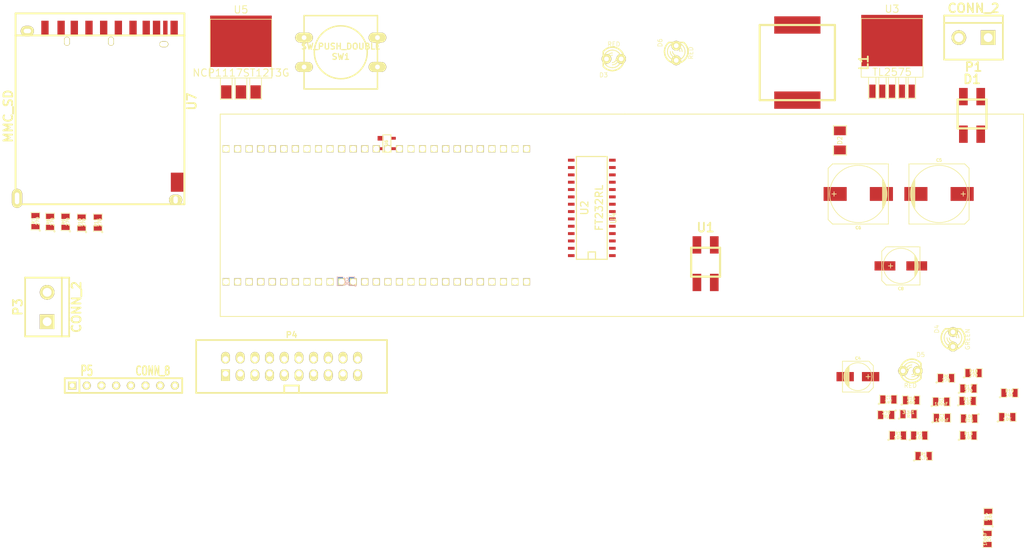
<source format=kicad_pcb>
(kicad_pcb (version 3) (host pcbnew "(2013-mar-13)-testing")

  (general
    (links 128)
    (no_connects 128)
    (area 0 0 0 0)
    (thickness 1.6)
    (drawings 0)
    (tracks 0)
    (zones 0)
    (modules 48)
    (nets 91)
  )

  (page A3)
  (layers
    (15 F.Cu signal)
    (0 B.Cu signal)
    (16 B.Adhes user)
    (17 F.Adhes user)
    (18 B.Paste user)
    (19 F.Paste user)
    (20 B.SilkS user)
    (21 F.SilkS user)
    (22 B.Mask user)
    (23 F.Mask user)
    (24 Dwgs.User user)
    (25 Cmts.User user)
    (26 Eco1.User user)
    (27 Eco2.User user)
    (28 Edge.Cuts user)
  )

  (setup
    (last_trace_width 0.254)
    (user_trace_width 0.5)
    (user_trace_width 0.7)
    (user_trace_width 1)
    (user_trace_width 2)
    (user_trace_width 3)
    (user_trace_width 4)
    (trace_clearance 0.254)
    (zone_clearance 0.508)
    (zone_45_only no)
    (trace_min 0.254)
    (segment_width 0.2)
    (edge_width 0.15)
    (via_size 0.889)
    (via_drill 0.635)
    (via_min_size 0.889)
    (via_min_drill 0.508)
    (user_via 2 1)
    (uvia_size 0.508)
    (uvia_drill 0.127)
    (uvias_allowed no)
    (uvia_min_size 0.508)
    (uvia_min_drill 0.127)
    (pcb_text_width 0.3)
    (pcb_text_size 1 1)
    (mod_edge_width 0.15)
    (mod_text_size 1 1)
    (mod_text_width 0.15)
    (pad_size 0.9 0.5)
    (pad_drill 0)
    (pad_to_mask_clearance 0)
    (aux_axis_origin 0 0)
    (visible_elements 7FFFFFFF)
    (pcbplotparams
      (layerselection 32769)
      (usegerberextensions true)
      (excludeedgelayer true)
      (linewidth 0.150000)
      (plotframeref false)
      (viasonmask false)
      (mode 1)
      (useauxorigin false)
      (hpglpennumber 1)
      (hpglpenspeed 20)
      (hpglpendiameter 15)
      (hpglpenoverlay 2)
      (psnegative false)
      (psa4output false)
      (plotreference true)
      (plotvalue true)
      (plotothertext true)
      (plotinvisibletext false)
      (padsonsilk false)
      (subtractmaskfromsilk false)
      (outputformat 1)
      (mirror false)
      (drillshape 0)
      (scaleselection 1)
      (outputdirectory ""))
  )

  (net 0 "")
  (net 1 +5V)
  (net 2 /3.3V)
  (net 3 /9VAC+)
  (net 4 /9VAC-)
  (net 5 /BTN_RESET)
  (net 6 /CARD_DETECT)
  (net 7 /CS1)
  (net 8 /CS2)
  (net 9 /Contactor_1)
  (net 10 /Contactor_2)
  (net 11 /Contactor_3)
  (net 12 /DB0)
  (net 13 /DB1)
  (net 14 /DB2)
  (net 15 /DB3)
  (net 16 /DB4)
  (net 17 /DB5)
  (net 18 /DB6)
  (net 19 /DB7)
  (net 20 /E)
  (net 21 /EMERGENCY_STOP)
  (net 22 /ENABLED_HV_SOURCE)
  (net 23 /ENABLED_SIRENA)
  (net 24 /Green_Light)
  (net 25 /MISO)
  (net 26 /MOSI)
  (net 27 /R/W)
  (net 28 /RESET_MICRO)
  (net 29 /RESET_USB_UART)
  (net 30 /RS)
  (net 31 /RX_3)
  (net 32 /Red_Light)
  (net 33 /SCK)
  (net 34 /SENSOR_I)
  (net 35 /SENSOR_V_CAPACITORS)
  (net 36 /SENSOR_V_HV_SOURCE)
  (net 37 /SSEL)
  (net 38 /STATUS_LED)
  (net 39 /TX_3)
  (net 40 /USB+)
  (net 41 /USB-)
  (net 42 /USB_VCC)
  (net 43 /Yellow_Light)
  (net 44 /~RST)
  (net 45 GND)
  (net 46 N-000001)
  (net 47 N-0000014)
  (net 48 N-0000015)
  (net 49 N-0000017)
  (net 50 N-0000018)
  (net 51 N-0000019)
  (net 52 N-000002)
  (net 53 N-0000020)
  (net 54 N-0000021)
  (net 55 N-0000022)
  (net 56 N-0000023)
  (net 57 N-0000024)
  (net 58 N-0000025)
  (net 59 N-0000027)
  (net 60 N-0000028)
  (net 61 N-000003)
  (net 62 N-0000035)
  (net 63 N-0000036)
  (net 64 N-0000037)
  (net 65 N-0000038)
  (net 66 N-0000039)
  (net 67 N-000004)
  (net 68 N-0000040)
  (net 69 N-0000041)
  (net 70 N-0000042)
  (net 71 N-0000043)
  (net 72 N-0000044)
  (net 73 N-0000045)
  (net 74 N-0000046)
  (net 75 N-0000047)
  (net 76 N-0000048)
  (net 77 N-0000049)
  (net 78 N-000005)
  (net 79 N-0000050)
  (net 80 N-0000051)
  (net 81 N-0000052)
  (net 82 N-0000053)
  (net 83 N-0000054)
  (net 84 N-0000055)
  (net 85 N-0000057)
  (net 86 N-0000058)
  (net 87 N-000006)
  (net 88 N-0000060)
  (net 89 N-0000061)
  (net 90 N-0000062)

  (net_class Default "This is the default net class."
    (clearance 0.254)
    (trace_width 0.254)
    (via_dia 0.889)
    (via_drill 0.635)
    (uvia_dia 0.508)
    (uvia_drill 0.127)
    (add_net "")
    (add_net +5V)
    (add_net /3.3V)
    (add_net /9VAC+)
    (add_net /9VAC-)
    (add_net /BTN_RESET)
    (add_net /CARD_DETECT)
    (add_net /CS1)
    (add_net /CS2)
    (add_net /Contactor_1)
    (add_net /Contactor_2)
    (add_net /Contactor_3)
    (add_net /DB0)
    (add_net /DB1)
    (add_net /DB2)
    (add_net /DB3)
    (add_net /DB4)
    (add_net /DB5)
    (add_net /DB6)
    (add_net /DB7)
    (add_net /E)
    (add_net /EMERGENCY_STOP)
    (add_net /ENABLED_HV_SOURCE)
    (add_net /ENABLED_SIRENA)
    (add_net /Green_Light)
    (add_net /MISO)
    (add_net /MOSI)
    (add_net /R/W)
    (add_net /RESET_MICRO)
    (add_net /RESET_USB_UART)
    (add_net /RS)
    (add_net /RX_3)
    (add_net /Red_Light)
    (add_net /SCK)
    (add_net /SENSOR_I)
    (add_net /SENSOR_V_CAPACITORS)
    (add_net /SENSOR_V_HV_SOURCE)
    (add_net /SSEL)
    (add_net /STATUS_LED)
    (add_net /TX_3)
    (add_net /USB+)
    (add_net /USB-)
    (add_net /USB_VCC)
    (add_net /Yellow_Light)
    (add_net /~RST)
    (add_net GND)
    (add_net N-000001)
    (add_net N-0000014)
    (add_net N-0000015)
    (add_net N-0000017)
    (add_net N-0000018)
    (add_net N-0000019)
    (add_net N-000002)
    (add_net N-0000020)
    (add_net N-0000021)
    (add_net N-0000022)
    (add_net N-0000023)
    (add_net N-0000024)
    (add_net N-0000025)
    (add_net N-0000027)
    (add_net N-0000028)
    (add_net N-000003)
    (add_net N-0000035)
    (add_net N-0000036)
    (add_net N-0000037)
    (add_net N-0000038)
    (add_net N-0000039)
    (add_net N-000004)
    (add_net N-0000040)
    (add_net N-0000041)
    (add_net N-0000042)
    (add_net N-0000043)
    (add_net N-0000044)
    (add_net N-0000045)
    (add_net N-0000046)
    (add_net N-0000047)
    (add_net N-0000048)
    (add_net N-0000049)
    (add_net N-000005)
    (add_net N-0000050)
    (add_net N-0000051)
    (add_net N-0000052)
    (add_net N-0000053)
    (add_net N-0000054)
    (add_net N-0000055)
    (add_net N-0000057)
    (add_net N-0000058)
    (add_net N-000006)
    (add_net N-0000060)
    (add_net N-0000061)
    (add_net N-0000062)
  )

  (module SM0805 (layer F.Cu) (tedit 5091495C) (tstamp 518BE977)
    (at 166.798 81.797)
    (path /512E625E)
    (attr smd)
    (fp_text reference 3.3k1 (at 0 -0.3175) (layer F.SilkS)
      (effects (font (size 0.50038 0.50038) (thickness 0.10922)))
    )
    (fp_text value R (at 0 0.381) (layer F.SilkS)
      (effects (font (size 0.50038 0.50038) (thickness 0.10922)))
    )
    (fp_circle (center -1.651 0.762) (end -1.651 0.635) (layer F.SilkS) (width 0.09906))
    (fp_line (start -0.508 0.762) (end -1.524 0.762) (layer F.SilkS) (width 0.09906))
    (fp_line (start -1.524 0.762) (end -1.524 -0.762) (layer F.SilkS) (width 0.09906))
    (fp_line (start -1.524 -0.762) (end -0.508 -0.762) (layer F.SilkS) (width 0.09906))
    (fp_line (start 0.508 -0.762) (end 1.524 -0.762) (layer F.SilkS) (width 0.09906))
    (fp_line (start 1.524 -0.762) (end 1.524 0.762) (layer F.SilkS) (width 0.09906))
    (fp_line (start 1.524 0.762) (end 0.508 0.762) (layer F.SilkS) (width 0.09906))
    (pad 1 smd rect (at -0.9525 0) (size 0.889 1.397)
      (layers F.Cu F.Paste F.Mask)
      (net 2 /3.3V)
    )
    (pad 2 smd rect (at 0.9525 0) (size 0.889 1.397)
      (layers F.Cu F.Paste F.Mask)
      (net 21 /EMERGENCY_STOP)
    )
    (model smd/chip_cms.wrl
      (at (xyz 0 0 0))
      (scale (xyz 0.1 0.1 0.1))
      (rotate (xyz 0 0 0))
    )
  )

  (module SM0805 (layer F.Cu) (tedit 5091495C) (tstamp 518BE984)
    (at 172.466 79.629)
    (path /512CF5D6)
    (attr smd)
    (fp_text reference C2 (at 0 -0.3175) (layer F.SilkS)
      (effects (font (size 0.50038 0.50038) (thickness 0.10922)))
    )
    (fp_text value 100nF (at 0 0.381) (layer F.SilkS)
      (effects (font (size 0.50038 0.50038) (thickness 0.10922)))
    )
    (fp_circle (center -1.651 0.762) (end -1.651 0.635) (layer F.SilkS) (width 0.09906))
    (fp_line (start -0.508 0.762) (end -1.524 0.762) (layer F.SilkS) (width 0.09906))
    (fp_line (start -1.524 0.762) (end -1.524 -0.762) (layer F.SilkS) (width 0.09906))
    (fp_line (start -1.524 -0.762) (end -0.508 -0.762) (layer F.SilkS) (width 0.09906))
    (fp_line (start 0.508 -0.762) (end 1.524 -0.762) (layer F.SilkS) (width 0.09906))
    (fp_line (start 1.524 -0.762) (end 1.524 0.762) (layer F.SilkS) (width 0.09906))
    (fp_line (start 1.524 0.762) (end 0.508 0.762) (layer F.SilkS) (width 0.09906))
    (pad 1 smd rect (at -0.9525 0) (size 0.889 1.397)
      (layers F.Cu F.Paste F.Mask)
      (net 45 GND)
    )
    (pad 2 smd rect (at 0.9525 0) (size 0.889 1.397)
      (layers F.Cu F.Paste F.Mask)
      (net 1 +5V)
    )
    (model smd/chip_cms.wrl
      (at (xyz 0 0 0))
      (scale (xyz 0.1 0.1 0.1))
      (rotate (xyz 0 0 0))
    )
  )

  (module SM0805 (layer F.Cu) (tedit 5091495C) (tstamp 518BE991)
    (at 172.593 82.423)
    (path /512CF5D0)
    (attr smd)
    (fp_text reference C3 (at 0 -0.3175) (layer F.SilkS)
      (effects (font (size 0.50038 0.50038) (thickness 0.10922)))
    )
    (fp_text value 100nF (at 0 0.381) (layer F.SilkS)
      (effects (font (size 0.50038 0.50038) (thickness 0.10922)))
    )
    (fp_circle (center -1.651 0.762) (end -1.651 0.635) (layer F.SilkS) (width 0.09906))
    (fp_line (start -0.508 0.762) (end -1.524 0.762) (layer F.SilkS) (width 0.09906))
    (fp_line (start -1.524 0.762) (end -1.524 -0.762) (layer F.SilkS) (width 0.09906))
    (fp_line (start -1.524 -0.762) (end -0.508 -0.762) (layer F.SilkS) (width 0.09906))
    (fp_line (start 0.508 -0.762) (end 1.524 -0.762) (layer F.SilkS) (width 0.09906))
    (fp_line (start 1.524 -0.762) (end 1.524 0.762) (layer F.SilkS) (width 0.09906))
    (fp_line (start 1.524 0.762) (end 0.508 0.762) (layer F.SilkS) (width 0.09906))
    (pad 1 smd rect (at -0.9525 0) (size 0.889 1.397)
      (layers F.Cu F.Paste F.Mask)
      (net 67 N-000004)
    )
    (pad 2 smd rect (at 0.9525 0) (size 0.889 1.397)
      (layers F.Cu F.Paste F.Mask)
      (net 45 GND)
    )
    (model smd/chip_cms.wrl
      (at (xyz 0 0 0))
      (scale (xyz 0.1 0.1 0.1))
      (rotate (xyz 0 0 0))
    )
  )

  (module c_elec_5x4.5 (layer F.Cu) (tedit 49F5AF52) (tstamp 518BE9A7)
    (at 158.048 75.297)
    (descr "SMT capacitor, aluminium electrolytic, 5x4.5")
    (path /512CF5DE)
    (fp_text reference C4 (at 0 -3.175) (layer F.SilkS)
      (effects (font (size 0.50038 0.50038) (thickness 0.11938)))
    )
    (fp_text value 4.7uF (at 0 3.175) (layer F.SilkS) hide
      (effects (font (size 0.50038 0.50038) (thickness 0.11938)))
    )
    (fp_line (start -2.286 -0.635) (end -2.286 0.762) (layer F.SilkS) (width 0.127))
    (fp_line (start -2.159 -0.889) (end -2.159 0.889) (layer F.SilkS) (width 0.127))
    (fp_line (start -2.032 -1.27) (end -2.032 1.27) (layer F.SilkS) (width 0.127))
    (fp_line (start -1.905 1.397) (end -1.905 -1.397) (layer F.SilkS) (width 0.127))
    (fp_line (start -1.778 -1.524) (end -1.778 1.524) (layer F.SilkS) (width 0.127))
    (fp_line (start -1.651 1.651) (end -1.651 -1.651) (layer F.SilkS) (width 0.127))
    (fp_line (start -1.524 -1.778) (end -1.524 1.778) (layer F.SilkS) (width 0.127))
    (fp_circle (center 0 0) (end -2.413 0) (layer F.SilkS) (width 0.127))
    (fp_line (start -2.667 -2.667) (end 1.905 -2.667) (layer F.SilkS) (width 0.127))
    (fp_line (start 1.905 -2.667) (end 2.667 -1.905) (layer F.SilkS) (width 0.127))
    (fp_line (start 2.667 -1.905) (end 2.667 1.905) (layer F.SilkS) (width 0.127))
    (fp_line (start 2.667 1.905) (end 1.905 2.667) (layer F.SilkS) (width 0.127))
    (fp_line (start 1.905 2.667) (end -2.667 2.667) (layer F.SilkS) (width 0.127))
    (fp_line (start -2.667 2.667) (end -2.667 -2.667) (layer F.SilkS) (width 0.127))
    (fp_line (start 2.159 0) (end 1.397 0) (layer F.SilkS) (width 0.127))
    (fp_line (start 1.778 -0.381) (end 1.778 0.381) (layer F.SilkS) (width 0.127))
    (pad 1 smd rect (at 2.19964 0) (size 2.99974 1.6002)
      (layers F.Cu F.Paste F.Mask)
      (net 1 +5V)
    )
    (pad 2 smd rect (at -2.19964 0) (size 2.99974 1.6002)
      (layers F.Cu F.Paste F.Mask)
      (net 45 GND)
    )
    (model walter\smd_cap\c_elec_5x4_5.wrl
      (at (xyz 0 0 0))
      (scale (xyz 1 1 1))
      (rotate (xyz 0 0 0))
    )
  )

  (module c_elec_10x10.5 (layer F.Cu) (tedit 49F5D1F6) (tstamp 518BE9BC)
    (at 172.085 43.688)
    (descr "SMT capacitor, aluminium electrolytic, 10x10.5")
    (path /512BB689)
    (fp_text reference C5 (at 0 -5.842) (layer F.SilkS)
      (effects (font (size 0.50038 0.50038) (thickness 0.11938)))
    )
    (fp_text value 2200uf (at 0 5.842) (layer F.SilkS) hide
      (effects (font (size 0.50038 0.50038) (thickness 0.11938)))
    )
    (fp_line (start -4.826 1.016) (end -4.826 -1.016) (layer F.SilkS) (width 0.127))
    (fp_line (start -4.699 -1.397) (end -4.699 1.524) (layer F.SilkS) (width 0.127))
    (fp_line (start -4.572 1.778) (end -4.572 -1.778) (layer F.SilkS) (width 0.127))
    (fp_line (start -4.445 -2.159) (end -4.445 2.159) (layer F.SilkS) (width 0.127))
    (fp_line (start -4.318 2.413) (end -4.318 -2.413) (layer F.SilkS) (width 0.127))
    (fp_line (start -4.191 -2.54) (end -4.191 2.54) (layer F.SilkS) (width 0.127))
    (fp_circle (center 0 0) (end 4.953 0) (layer F.SilkS) (width 0.127))
    (fp_line (start -5.207 -5.207) (end -5.207 5.207) (layer F.SilkS) (width 0.127))
    (fp_line (start -5.207 5.207) (end 4.445 5.207) (layer F.SilkS) (width 0.127))
    (fp_line (start 4.445 5.207) (end 5.207 4.445) (layer F.SilkS) (width 0.127))
    (fp_line (start 5.207 4.445) (end 5.207 -4.445) (layer F.SilkS) (width 0.127))
    (fp_line (start 5.207 -4.445) (end 4.445 -5.207) (layer F.SilkS) (width 0.127))
    (fp_line (start 4.445 -5.207) (end -5.207 -5.207) (layer F.SilkS) (width 0.127))
    (fp_line (start 4.572 0) (end 3.81 0) (layer F.SilkS) (width 0.127))
    (fp_line (start 4.191 -0.381) (end 4.191 0.381) (layer F.SilkS) (width 0.127))
    (pad 1 smd rect (at 4.0005 0) (size 4.0005 2.4003)
      (layers F.Cu F.Paste F.Mask)
      (net 46 N-000001)
    )
    (pad 2 smd rect (at -4.0005 0) (size 4.0005 2.4003)
      (layers F.Cu F.Paste F.Mask)
      (net 45 GND)
    )
    (model walter\smd_cap\c_elec_10x10_5.wrl
      (at (xyz 0 0 0))
      (scale (xyz 1 1 1))
      (rotate (xyz 0 0 0))
    )
  )

  (module c_elec_10x7.7 (layer F.Cu) (tedit 49F5D21A) (tstamp 518BE9D1)
    (at 158.115 43.688 180)
    (descr "SMT capacitor, aluminium electrolytic, 10x7.7")
    (path /512BB6F2)
    (fp_text reference C6 (at 0 -5.842 180) (layer F.SilkS)
      (effects (font (size 0.50038 0.50038) (thickness 0.11938)))
    )
    (fp_text value 330uf (at 0 5.842 180) (layer F.SilkS) hide
      (effects (font (size 0.50038 0.50038) (thickness 0.11938)))
    )
    (fp_line (start -4.826 1.016) (end -4.826 -1.016) (layer F.SilkS) (width 0.127))
    (fp_line (start -4.699 -1.397) (end -4.699 1.524) (layer F.SilkS) (width 0.127))
    (fp_line (start -4.572 1.778) (end -4.572 -1.778) (layer F.SilkS) (width 0.127))
    (fp_line (start -4.445 -2.159) (end -4.445 2.159) (layer F.SilkS) (width 0.127))
    (fp_line (start -4.318 2.413) (end -4.318 -2.413) (layer F.SilkS) (width 0.127))
    (fp_line (start -4.191 -2.54) (end -4.191 2.54) (layer F.SilkS) (width 0.127))
    (fp_circle (center 0 0) (end 4.953 0) (layer F.SilkS) (width 0.127))
    (fp_line (start -5.207 -5.207) (end -5.207 5.207) (layer F.SilkS) (width 0.127))
    (fp_line (start -5.207 5.207) (end 4.445 5.207) (layer F.SilkS) (width 0.127))
    (fp_line (start 4.445 5.207) (end 5.207 4.445) (layer F.SilkS) (width 0.127))
    (fp_line (start 5.207 4.445) (end 5.207 -4.445) (layer F.SilkS) (width 0.127))
    (fp_line (start 5.207 -4.445) (end 4.445 -5.207) (layer F.SilkS) (width 0.127))
    (fp_line (start 4.445 -5.207) (end -5.207 -5.207) (layer F.SilkS) (width 0.127))
    (fp_line (start 4.572 0) (end 3.81 0) (layer F.SilkS) (width 0.127))
    (fp_line (start 4.191 -0.381) (end 4.191 0.381) (layer F.SilkS) (width 0.127))
    (pad 1 smd rect (at 4.0005 0 180) (size 4.0005 2.4003)
      (layers F.Cu F.Paste F.Mask)
      (net 1 +5V)
    )
    (pad 2 smd rect (at -4.0005 0 180) (size 4.0005 2.4003)
      (layers F.Cu F.Paste F.Mask)
      (net 45 GND)
    )
    (model walter\smd_cap\c_elec_10x7_7.wrl
      (at (xyz 0 0 0))
      (scale (xyz 1 1 1))
      (rotate (xyz 0 0 0))
    )
  )

  (module SM0805 (layer F.Cu) (tedit 5091495C) (tstamp 518BE9DE)
    (at 163.322 79.248)
    (path /512E6277)
    (attr smd)
    (fp_text reference C7 (at 0 -0.3175) (layer F.SilkS)
      (effects (font (size 0.50038 0.50038) (thickness 0.10922)))
    )
    (fp_text value 1uF (at 0 0.381) (layer F.SilkS)
      (effects (font (size 0.50038 0.50038) (thickness 0.10922)))
    )
    (fp_circle (center -1.651 0.762) (end -1.651 0.635) (layer F.SilkS) (width 0.09906))
    (fp_line (start -0.508 0.762) (end -1.524 0.762) (layer F.SilkS) (width 0.09906))
    (fp_line (start -1.524 0.762) (end -1.524 -0.762) (layer F.SilkS) (width 0.09906))
    (fp_line (start -1.524 -0.762) (end -0.508 -0.762) (layer F.SilkS) (width 0.09906))
    (fp_line (start 0.508 -0.762) (end 1.524 -0.762) (layer F.SilkS) (width 0.09906))
    (fp_line (start 1.524 -0.762) (end 1.524 0.762) (layer F.SilkS) (width 0.09906))
    (fp_line (start 1.524 0.762) (end 0.508 0.762) (layer F.SilkS) (width 0.09906))
    (pad 1 smd rect (at -0.9525 0) (size 0.889 1.397)
      (layers F.Cu F.Paste F.Mask)
      (net 21 /EMERGENCY_STOP)
    )
    (pad 2 smd rect (at 0.9525 0) (size 0.889 1.397)
      (layers F.Cu F.Paste F.Mask)
      (net 45 GND)
    )
    (model smd/chip_cms.wrl
      (at (xyz 0 0 0))
      (scale (xyz 0.1 0.1 0.1))
      (rotate (xyz 0 0 0))
    )
  )

  (module c_elec_6.3x4.5 (layer F.Cu) (tedit 49F5C062) (tstamp 518BE9F2)
    (at 165.481 56.134 180)
    (descr "SMT capacitor, aluminium electrolytic, 6.3x4.5")
    (path /51340403)
    (fp_text reference C8 (at 0 -3.937 180) (layer F.SilkS)
      (effects (font (size 0.50038 0.50038) (thickness 0.11938)))
    )
    (fp_text value 22uF (at 0 3.81 180) (layer F.SilkS) hide
      (effects (font (size 0.50038 0.50038) (thickness 0.11938)))
    )
    (fp_line (start -2.921 -0.762) (end -2.921 0.762) (layer F.SilkS) (width 0.127))
    (fp_line (start -2.794 1.143) (end -2.794 -1.143) (layer F.SilkS) (width 0.127))
    (fp_line (start -2.667 -1.397) (end -2.667 1.397) (layer F.SilkS) (width 0.127))
    (fp_line (start -2.54 1.651) (end -2.54 -1.651) (layer F.SilkS) (width 0.127))
    (fp_line (start -2.413 -1.778) (end -2.413 1.778) (layer F.SilkS) (width 0.127))
    (fp_circle (center 0 0) (end -3.048 0) (layer F.SilkS) (width 0.127))
    (fp_line (start -3.302 -3.302) (end -3.302 3.302) (layer F.SilkS) (width 0.127))
    (fp_line (start -3.302 3.302) (end 2.54 3.302) (layer F.SilkS) (width 0.127))
    (fp_line (start 2.54 3.302) (end 3.302 2.54) (layer F.SilkS) (width 0.127))
    (fp_line (start 3.302 2.54) (end 3.302 -2.54) (layer F.SilkS) (width 0.127))
    (fp_line (start 3.302 -2.54) (end 2.54 -3.302) (layer F.SilkS) (width 0.127))
    (fp_line (start 2.54 -3.302) (end -3.302 -3.302) (layer F.SilkS) (width 0.127))
    (fp_line (start 2.159 0) (end 1.397 0) (layer F.SilkS) (width 0.127))
    (fp_line (start 1.778 -0.381) (end 1.778 0.381) (layer F.SilkS) (width 0.127))
    (pad 1 smd rect (at 2.75082 0 180) (size 3.59918 1.6002)
      (layers F.Cu F.Paste F.Mask)
      (net 2 /3.3V)
    )
    (pad 2 smd rect (at -2.75082 0 180) (size 3.59918 1.6002)
      (layers F.Cu F.Paste F.Mask)
      (net 45 GND)
    )
    (model walter\smd_cap\c_elec_6_3x4_5.wrl
      (at (xyz 0 0 0))
      (scale (xyz 1 1 1))
      (rotate (xyz 0 0 0))
    )
  )

  (module SM0805 (layer F.Cu) (tedit 5091495C) (tstamp 518BE9FF)
    (at 180.467 103.378 270)
    (path /513400C9)
    (attr smd)
    (fp_text reference C9 (at 0 -0.3175 270) (layer F.SilkS)
      (effects (font (size 0.50038 0.50038) (thickness 0.10922)))
    )
    (fp_text value 100nF (at 0 0.381 270) (layer F.SilkS)
      (effects (font (size 0.50038 0.50038) (thickness 0.10922)))
    )
    (fp_circle (center -1.651 0.762) (end -1.651 0.635) (layer F.SilkS) (width 0.09906))
    (fp_line (start -0.508 0.762) (end -1.524 0.762) (layer F.SilkS) (width 0.09906))
    (fp_line (start -1.524 0.762) (end -1.524 -0.762) (layer F.SilkS) (width 0.09906))
    (fp_line (start -1.524 -0.762) (end -0.508 -0.762) (layer F.SilkS) (width 0.09906))
    (fp_line (start 0.508 -0.762) (end 1.524 -0.762) (layer F.SilkS) (width 0.09906))
    (fp_line (start 1.524 -0.762) (end 1.524 0.762) (layer F.SilkS) (width 0.09906))
    (fp_line (start 1.524 0.762) (end 0.508 0.762) (layer F.SilkS) (width 0.09906))
    (pad 1 smd rect (at -0.9525 0 270) (size 0.889 1.397)
      (layers F.Cu F.Paste F.Mask)
      (net 2 /3.3V)
    )
    (pad 2 smd rect (at 0.9525 0 270) (size 0.889 1.397)
      (layers F.Cu F.Paste F.Mask)
      (net 45 GND)
    )
    (model smd/chip_cms.wrl
      (at (xyz 0 0 0))
      (scale (xyz 0.1 0.1 0.1))
      (rotate (xyz 0 0 0))
    )
  )

  (module bridge_1A (layer F.Cu) (tedit 5155FF82) (tstamp 518BEA0B)
    (at 177.8 29.845)
    (path /512BB64A)
    (fp_text reference D1 (at 0 -6) (layer F.SilkS)
      (effects (font (thickness 0.3048)))
    )
    (fp_text value BRIDGE (at 0 7) (layer F.SilkS) hide
      (effects (font (thickness 0.3048)))
    )
    (fp_line (start 2.5 2.5) (end 2.5 -2.5) (layer F.SilkS) (width 0.381))
    (fp_line (start 2.5 -2.5) (end -2.5 -2.5) (layer F.SilkS) (width 0.381))
    (fp_line (start -2.5 -2.5) (end -2.5 2.5) (layer F.SilkS) (width 0.381))
    (fp_line (start -2.5 2.5) (end 2.5 2.5) (layer F.SilkS) (width 0.381))
    (pad 2 smd trapezoid (at 1.5 -3) (size 1.5 3)
      (layers F.Cu F.Paste F.Mask)
      (net 4 /9VAC-)
    )
    (pad 4 smd trapezoid (at -1.5 -3) (size 1.5 3)
      (layers F.Cu F.Paste F.Mask)
      (net 3 /9VAC+)
    )
    (pad 3 smd trapezoid (at -1.5 3.5) (size 1.5 3)
      (layers F.Cu F.Paste F.Mask)
      (net 46 N-000001)
    )
    (pad 1 smd trapezoid (at 1.5 3.5) (size 1.5 3)
      (layers F.Cu F.Paste F.Mask)
      (net 45 GND)
    )
  )

  (module SM1206 (layer F.Cu) (tedit 42806E24) (tstamp 518BEA17)
    (at 154.94 34.417 90)
    (path /512BB6DB)
    (attr smd)
    (fp_text reference D2 (at 0 0 90) (layer F.SilkS)
      (effects (font (size 0.762 0.762) (thickness 0.127)))
    )
    (fp_text value DIODESCH (at 0 0 90) (layer F.SilkS) hide
      (effects (font (size 0.762 0.762) (thickness 0.127)))
    )
    (fp_line (start -2.54 -1.143) (end -2.54 1.143) (layer F.SilkS) (width 0.127))
    (fp_line (start -2.54 1.143) (end -0.889 1.143) (layer F.SilkS) (width 0.127))
    (fp_line (start 0.889 -1.143) (end 2.54 -1.143) (layer F.SilkS) (width 0.127))
    (fp_line (start 2.54 -1.143) (end 2.54 1.143) (layer F.SilkS) (width 0.127))
    (fp_line (start 2.54 1.143) (end 0.889 1.143) (layer F.SilkS) (width 0.127))
    (fp_line (start -0.889 -1.143) (end -2.54 -1.143) (layer F.SilkS) (width 0.127))
    (pad 1 smd rect (at -1.651 0 90) (size 1.524 2.032)
      (layers F.Cu F.Paste F.Mask)
      (net 45 GND)
    )
    (pad 2 smd rect (at 1.651 0 90) (size 1.524 2.032)
      (layers F.Cu F.Paste F.Mask)
      (net 89 N-0000061)
    )
    (model smd/chip_cms.wrl
      (at (xyz 0 0 0))
      (scale (xyz 0.17 0.16 0.16))
      (rotate (xyz 0 0 0))
    )
  )

  (module LED-3MM (layer F.Cu) (tedit 50ADE848) (tstamp 518BEA30)
    (at 115.824 20.32 180)
    (descr "LED 3mm - Lead pitch 100mil (2,54mm)")
    (tags "LED led 3mm 3MM 100mil 2,54mm")
    (path /512CFDCE)
    (fp_text reference D3 (at 1.778 -2.794 180) (layer F.SilkS)
      (effects (font (size 0.762 0.762) (thickness 0.0889)))
    )
    (fp_text value RED (at 0 2.54 180) (layer F.SilkS)
      (effects (font (size 0.762 0.762) (thickness 0.0889)))
    )
    (fp_line (start 1.8288 1.27) (end 1.8288 -1.27) (layer F.SilkS) (width 0.254))
    (fp_arc (start 0.254 0) (end -1.27 0) (angle 39.8) (layer F.SilkS) (width 0.1524))
    (fp_arc (start 0.254 0) (end -0.88392 1.01092) (angle 41.6) (layer F.SilkS) (width 0.1524))
    (fp_arc (start 0.254 0) (end 1.4097 -0.9906) (angle 40.6) (layer F.SilkS) (width 0.1524))
    (fp_arc (start 0.254 0) (end 1.778 0) (angle 39.8) (layer F.SilkS) (width 0.1524))
    (fp_arc (start 0.254 0) (end 0.254 -1.524) (angle 54.4) (layer F.SilkS) (width 0.1524))
    (fp_arc (start 0.254 0) (end -0.9652 -0.9144) (angle 53.1) (layer F.SilkS) (width 0.1524))
    (fp_arc (start 0.254 0) (end 1.45542 0.93472) (angle 52.1) (layer F.SilkS) (width 0.1524))
    (fp_arc (start 0.254 0) (end 0.254 1.524) (angle 52.1) (layer F.SilkS) (width 0.1524))
    (fp_arc (start 0.254 0) (end -0.381 0) (angle 90) (layer F.SilkS) (width 0.1524))
    (fp_arc (start 0.254 0) (end -0.762 0) (angle 90) (layer F.SilkS) (width 0.1524))
    (fp_arc (start 0.254 0) (end 0.889 0) (angle 90) (layer F.SilkS) (width 0.1524))
    (fp_arc (start 0.254 0) (end 1.27 0) (angle 90) (layer F.SilkS) (width 0.1524))
    (fp_arc (start 0.254 0) (end 0.254 -2.032) (angle 50.1) (layer F.SilkS) (width 0.254))
    (fp_arc (start 0.254 0) (end -1.5367 -0.95504) (angle 61.9) (layer F.SilkS) (width 0.254))
    (fp_arc (start 0.254 0) (end 1.8034 1.31064) (angle 49.7) (layer F.SilkS) (width 0.254))
    (fp_arc (start 0.254 0) (end 0.254 2.032) (angle 60.2) (layer F.SilkS) (width 0.254))
    (fp_arc (start 0.254 0) (end -1.778 0) (angle 28.3) (layer F.SilkS) (width 0.254))
    (fp_arc (start 0.254 0) (end -1.47574 1.06426) (angle 31.6) (layer F.SilkS) (width 0.254))
    (pad 1 thru_hole circle (at -1.27 0 180) (size 1.6764 1.6764) (drill 0.8128)
      (layers *.Cu *.Mask F.SilkS)
      (net 87 N-000006)
    )
    (pad 2 thru_hole circle (at 1.27 0 180) (size 1.6764 1.6764) (drill 0.8128)
      (layers *.Cu *.Mask F.SilkS)
      (net 52 N-000002)
    )
    (model discret/leds/led3_vertical_verde.wrl
      (at (xyz 0 0 0))
      (scale (xyz 1 1 1))
      (rotate (xyz 0 0 0))
    )
  )

  (module LED-3MM (layer F.Cu) (tedit 50ADE848) (tstamp 518BEA49)
    (at 174.498 68.834 90)
    (descr "LED 3mm - Lead pitch 100mil (2,54mm)")
    (tags "LED led 3mm 3MM 100mil 2,54mm")
    (path /512CFDDB)
    (fp_text reference D4 (at 1.778 -2.794 90) (layer F.SilkS)
      (effects (font (size 0.762 0.762) (thickness 0.0889)))
    )
    (fp_text value GREEN (at 0 2.54 90) (layer F.SilkS)
      (effects (font (size 0.762 0.762) (thickness 0.0889)))
    )
    (fp_line (start 1.8288 1.27) (end 1.8288 -1.27) (layer F.SilkS) (width 0.254))
    (fp_arc (start 0.254 0) (end -1.27 0) (angle 39.8) (layer F.SilkS) (width 0.1524))
    (fp_arc (start 0.254 0) (end -0.88392 1.01092) (angle 41.6) (layer F.SilkS) (width 0.1524))
    (fp_arc (start 0.254 0) (end 1.4097 -0.9906) (angle 40.6) (layer F.SilkS) (width 0.1524))
    (fp_arc (start 0.254 0) (end 1.778 0) (angle 39.8) (layer F.SilkS) (width 0.1524))
    (fp_arc (start 0.254 0) (end 0.254 -1.524) (angle 54.4) (layer F.SilkS) (width 0.1524))
    (fp_arc (start 0.254 0) (end -0.9652 -0.9144) (angle 53.1) (layer F.SilkS) (width 0.1524))
    (fp_arc (start 0.254 0) (end 1.45542 0.93472) (angle 52.1) (layer F.SilkS) (width 0.1524))
    (fp_arc (start 0.254 0) (end 0.254 1.524) (angle 52.1) (layer F.SilkS) (width 0.1524))
    (fp_arc (start 0.254 0) (end -0.381 0) (angle 90) (layer F.SilkS) (width 0.1524))
    (fp_arc (start 0.254 0) (end -0.762 0) (angle 90) (layer F.SilkS) (width 0.1524))
    (fp_arc (start 0.254 0) (end 0.889 0) (angle 90) (layer F.SilkS) (width 0.1524))
    (fp_arc (start 0.254 0) (end 1.27 0) (angle 90) (layer F.SilkS) (width 0.1524))
    (fp_arc (start 0.254 0) (end 0.254 -2.032) (angle 50.1) (layer F.SilkS) (width 0.254))
    (fp_arc (start 0.254 0) (end -1.5367 -0.95504) (angle 61.9) (layer F.SilkS) (width 0.254))
    (fp_arc (start 0.254 0) (end 1.8034 1.31064) (angle 49.7) (layer F.SilkS) (width 0.254))
    (fp_arc (start 0.254 0) (end 0.254 2.032) (angle 60.2) (layer F.SilkS) (width 0.254))
    (fp_arc (start 0.254 0) (end -1.778 0) (angle 28.3) (layer F.SilkS) (width 0.254))
    (fp_arc (start 0.254 0) (end -1.47574 1.06426) (angle 31.6) (layer F.SilkS) (width 0.254))
    (pad 1 thru_hole circle (at -1.27 0 90) (size 1.6764 1.6764) (drill 0.8128)
      (layers *.Cu *.Mask F.SilkS)
      (net 78 N-000005)
    )
    (pad 2 thru_hole circle (at 1.27 0 90) (size 1.6764 1.6764) (drill 0.8128)
      (layers *.Cu *.Mask F.SilkS)
      (net 61 N-000003)
    )
    (model discret/leds/led3_vertical_verde.wrl
      (at (xyz 0 0 0))
      (scale (xyz 1 1 1))
      (rotate (xyz 0 0 0))
    )
  )

  (module LED-3MM (layer F.Cu) (tedit 50ADE848) (tstamp 518BEA62)
    (at 167.132 74.295)
    (descr "LED 3mm - Lead pitch 100mil (2,54mm)")
    (tags "LED led 3mm 3MM 100mil 2,54mm")
    (path /51350195)
    (fp_text reference D5 (at 1.778 -2.794) (layer F.SilkS)
      (effects (font (size 0.762 0.762) (thickness 0.0889)))
    )
    (fp_text value RED (at 0 2.54) (layer F.SilkS)
      (effects (font (size 0.762 0.762) (thickness 0.0889)))
    )
    (fp_line (start 1.8288 1.27) (end 1.8288 -1.27) (layer F.SilkS) (width 0.254))
    (fp_arc (start 0.254 0) (end -1.27 0) (angle 39.8) (layer F.SilkS) (width 0.1524))
    (fp_arc (start 0.254 0) (end -0.88392 1.01092) (angle 41.6) (layer F.SilkS) (width 0.1524))
    (fp_arc (start 0.254 0) (end 1.4097 -0.9906) (angle 40.6) (layer F.SilkS) (width 0.1524))
    (fp_arc (start 0.254 0) (end 1.778 0) (angle 39.8) (layer F.SilkS) (width 0.1524))
    (fp_arc (start 0.254 0) (end 0.254 -1.524) (angle 54.4) (layer F.SilkS) (width 0.1524))
    (fp_arc (start 0.254 0) (end -0.9652 -0.9144) (angle 53.1) (layer F.SilkS) (width 0.1524))
    (fp_arc (start 0.254 0) (end 1.45542 0.93472) (angle 52.1) (layer F.SilkS) (width 0.1524))
    (fp_arc (start 0.254 0) (end 0.254 1.524) (angle 52.1) (layer F.SilkS) (width 0.1524))
    (fp_arc (start 0.254 0) (end -0.381 0) (angle 90) (layer F.SilkS) (width 0.1524))
    (fp_arc (start 0.254 0) (end -0.762 0) (angle 90) (layer F.SilkS) (width 0.1524))
    (fp_arc (start 0.254 0) (end 0.889 0) (angle 90) (layer F.SilkS) (width 0.1524))
    (fp_arc (start 0.254 0) (end 1.27 0) (angle 90) (layer F.SilkS) (width 0.1524))
    (fp_arc (start 0.254 0) (end 0.254 -2.032) (angle 50.1) (layer F.SilkS) (width 0.254))
    (fp_arc (start 0.254 0) (end -1.5367 -0.95504) (angle 61.9) (layer F.SilkS) (width 0.254))
    (fp_arc (start 0.254 0) (end 1.8034 1.31064) (angle 49.7) (layer F.SilkS) (width 0.254))
    (fp_arc (start 0.254 0) (end 0.254 2.032) (angle 60.2) (layer F.SilkS) (width 0.254))
    (fp_arc (start 0.254 0) (end -1.778 0) (angle 28.3) (layer F.SilkS) (width 0.254))
    (fp_arc (start 0.254 0) (end -1.47574 1.06426) (angle 31.6) (layer F.SilkS) (width 0.254))
    (pad 1 thru_hole circle (at -1.27 0) (size 1.6764 1.6764) (drill 0.8128)
      (layers *.Cu *.Mask F.SilkS)
      (net 57 N-0000024)
    )
    (pad 2 thru_hole circle (at 1.27 0) (size 1.6764 1.6764) (drill 0.8128)
      (layers *.Cu *.Mask F.SilkS)
      (net 45 GND)
    )
    (model discret/leds/led3_vertical_verde.wrl
      (at (xyz 0 0 0))
      (scale (xyz 1 1 1))
      (rotate (xyz 0 0 0))
    )
  )

  (module LED-3MM (layer F.Cu) (tedit 50ADE848) (tstamp 518BEA7B)
    (at 126.619 19.304 90)
    (descr "LED 3mm - Lead pitch 100mil (2,54mm)")
    (tags "LED led 3mm 3MM 100mil 2,54mm")
    (path /51350526)
    (fp_text reference D6 (at 1.778 -2.794 90) (layer F.SilkS)
      (effects (font (size 0.762 0.762) (thickness 0.0889)))
    )
    (fp_text value RED (at 0 2.54 90) (layer F.SilkS)
      (effects (font (size 0.762 0.762) (thickness 0.0889)))
    )
    (fp_line (start 1.8288 1.27) (end 1.8288 -1.27) (layer F.SilkS) (width 0.254))
    (fp_arc (start 0.254 0) (end -1.27 0) (angle 39.8) (layer F.SilkS) (width 0.1524))
    (fp_arc (start 0.254 0) (end -0.88392 1.01092) (angle 41.6) (layer F.SilkS) (width 0.1524))
    (fp_arc (start 0.254 0) (end 1.4097 -0.9906) (angle 40.6) (layer F.SilkS) (width 0.1524))
    (fp_arc (start 0.254 0) (end 1.778 0) (angle 39.8) (layer F.SilkS) (width 0.1524))
    (fp_arc (start 0.254 0) (end 0.254 -1.524) (angle 54.4) (layer F.SilkS) (width 0.1524))
    (fp_arc (start 0.254 0) (end -0.9652 -0.9144) (angle 53.1) (layer F.SilkS) (width 0.1524))
    (fp_arc (start 0.254 0) (end 1.45542 0.93472) (angle 52.1) (layer F.SilkS) (width 0.1524))
    (fp_arc (start 0.254 0) (end 0.254 1.524) (angle 52.1) (layer F.SilkS) (width 0.1524))
    (fp_arc (start 0.254 0) (end -0.381 0) (angle 90) (layer F.SilkS) (width 0.1524))
    (fp_arc (start 0.254 0) (end -0.762 0) (angle 90) (layer F.SilkS) (width 0.1524))
    (fp_arc (start 0.254 0) (end 0.889 0) (angle 90) (layer F.SilkS) (width 0.1524))
    (fp_arc (start 0.254 0) (end 1.27 0) (angle 90) (layer F.SilkS) (width 0.1524))
    (fp_arc (start 0.254 0) (end 0.254 -2.032) (angle 50.1) (layer F.SilkS) (width 0.254))
    (fp_arc (start 0.254 0) (end -1.5367 -0.95504) (angle 61.9) (layer F.SilkS) (width 0.254))
    (fp_arc (start 0.254 0) (end 1.8034 1.31064) (angle 49.7) (layer F.SilkS) (width 0.254))
    (fp_arc (start 0.254 0) (end 0.254 2.032) (angle 60.2) (layer F.SilkS) (width 0.254))
    (fp_arc (start 0.254 0) (end -1.778 0) (angle 28.3) (layer F.SilkS) (width 0.254))
    (fp_arc (start 0.254 0) (end -1.47574 1.06426) (angle 31.6) (layer F.SilkS) (width 0.254))
    (pad 1 thru_hole circle (at -1.27 0 90) (size 1.6764 1.6764) (drill 0.8128)
      (layers *.Cu *.Mask F.SilkS)
      (net 58 N-0000025)
    )
    (pad 2 thru_hole circle (at 1.27 0 90) (size 1.6764 1.6764) (drill 0.8128)
      (layers *.Cu *.Mask F.SilkS)
      (net 45 GND)
    )
    (model discret/leds/led3_vertical_verde.wrl
      (at (xyz 0 0 0))
      (scale (xyz 1 1 1))
      (rotate (xyz 0 0 0))
    )
  )

  (module SMD_inductor (layer F.Cu) (tedit 5156149C) (tstamp 518BEA85)
    (at 147.574 20.955 270)
    (path /512BB6C2)
    (fp_text reference L1 (at 0 -11.5 270) (layer F.SilkS)
      (effects (font (thickness 0.3048)))
    )
    (fp_text value 330mH (at 0 8.5 270) (layer F.SilkS) hide
      (effects (font (thickness 0.3048)))
    )
    (fp_line (start -6.5 6.5) (end -6.5 -6.5) (layer F.SilkS) (width 0.381))
    (fp_line (start -6.5 -6.5) (end 6.5 -6.5) (layer F.SilkS) (width 0.381))
    (fp_line (start 6.5 -6.5) (end 6.5 6.5) (layer F.SilkS) (width 0.381))
    (fp_line (start 6.5 6.5) (end -6.5 6.5) (layer F.SilkS) (width 0.381))
    (pad 1 smd trapezoid (at -6.5 0 270) (size 3 8)
      (layers F.Cu F.Paste F.Mask)
      (net 89 N-0000061)
    )
    (pad 2 smd trapezoid (at 6.5 0 270) (size 3 8)
      (layers F.Cu F.Paste F.Mask)
      (net 1 +5V)
    )
  )

  (module bornier2 (layer F.Cu) (tedit 3EC0ED69) (tstamp 518BEA90)
    (at 178.054 16.637 180)
    (descr "Bornier d'alimentation 2 pins")
    (tags DEV)
    (path /512BB88B)
    (fp_text reference P1 (at 0 -5.08 180) (layer F.SilkS)
      (effects (font (thickness 0.3048)))
    )
    (fp_text value CONN_2 (at 0 5.08 180) (layer F.SilkS)
      (effects (font (thickness 0.3048)))
    )
    (fp_line (start 5.08 2.54) (end -5.08 2.54) (layer F.SilkS) (width 0.3048))
    (fp_line (start 5.08 3.81) (end 5.08 -3.81) (layer F.SilkS) (width 0.3048))
    (fp_line (start 5.08 -3.81) (end -5.08 -3.81) (layer F.SilkS) (width 0.3048))
    (fp_line (start -5.08 -3.81) (end -5.08 3.81) (layer F.SilkS) (width 0.3048))
    (fp_line (start -5.08 3.81) (end 5.08 3.81) (layer F.SilkS) (width 0.3048))
    (pad 1 thru_hole rect (at -2.54 0 180) (size 2.54 2.54) (drill 1.524)
      (layers *.Cu *.Mask F.SilkS)
      (net 4 /9VAC-)
    )
    (pad 2 thru_hole circle (at 2.54 0 180) (size 2.54 2.54) (drill 1.524)
      (layers *.Cu *.Mask F.SilkS)
      (net 3 /9VAC+)
    )
    (model device/bornier_2.wrl
      (at (xyz 0 0 0))
      (scale (xyz 1 1 1))
      (rotate (xyz 0 0 0))
    )
  )

  (module bornier2 (layer F.Cu) (tedit 3EC0ED69) (tstamp 518BEAB5)
    (at 17.78 63.246 90)
    (descr "Bornier d'alimentation 2 pins")
    (tags DEV)
    (path /512D623E)
    (fp_text reference P3 (at 0 -5.08 90) (layer F.SilkS)
      (effects (font (thickness 0.3048)))
    )
    (fp_text value CONN_2 (at 0 5.08 90) (layer F.SilkS)
      (effects (font (thickness 0.3048)))
    )
    (fp_line (start 5.08 2.54) (end -5.08 2.54) (layer F.SilkS) (width 0.3048))
    (fp_line (start 5.08 3.81) (end 5.08 -3.81) (layer F.SilkS) (width 0.3048))
    (fp_line (start 5.08 -3.81) (end -5.08 -3.81) (layer F.SilkS) (width 0.3048))
    (fp_line (start -5.08 -3.81) (end -5.08 3.81) (layer F.SilkS) (width 0.3048))
    (fp_line (start -5.08 3.81) (end 5.08 3.81) (layer F.SilkS) (width 0.3048))
    (pad 1 thru_hole rect (at -2.54 0 90) (size 2.54 2.54) (drill 1.524)
      (layers *.Cu *.Mask F.SilkS)
      (net 45 GND)
    )
    (pad 2 thru_hole circle (at 2.54 0 90) (size 2.54 2.54) (drill 1.524)
      (layers *.Cu *.Mask F.SilkS)
      (net 21 /EMERGENCY_STOP)
    )
    (model device/bornier_2.wrl
      (at (xyz 0 0 0))
      (scale (xyz 1 1 1))
      (rotate (xyz 0 0 0))
    )
  )

  (module vasch_strip_10x2 (layer F.Cu) (tedit 4FFC8848) (tstamp 518BEAD4)
    (at 60.071 73.533)
    (descr "Shrouded header, 10x2pin p2.54")
    (tags "CONN DEV")
    (path /513276A9)
    (fp_text reference P4 (at 0 -5.461) (layer F.SilkS)
      (effects (font (size 1.016 1.016) (thickness 0.2032)))
    )
    (fp_text value CONN_10X2 (at 0 5.461) (layer F.SilkS) hide
      (effects (font (size 1.016 0.889) (thickness 0.2032)))
    )
    (fp_line (start 16.51 4.572) (end -16.51 4.572) (layer F.SilkS) (width 0.3048))
    (fp_line (start -16.51 -4.572) (end 16.51 -4.572) (layer F.SilkS) (width 0.3048))
    (fp_line (start -16.51 -4.572) (end -16.51 4.572) (layer F.SilkS) (width 0.29972))
    (fp_line (start 16.51 -4.572) (end 16.51 4.572) (layer F.SilkS) (width 0.29972))
    (fp_line (start 1.27 4.572) (end 1.27 3.302) (layer F.SilkS) (width 0.29972))
    (fp_line (start 1.27 3.302) (end -1.27 3.302) (layer F.SilkS) (width 0.29972))
    (fp_line (start -1.27 3.302) (end -1.27 4.572) (layer F.SilkS) (width 0.29972))
    (pad 1 thru_hole rect (at -11.43 1.27) (size 1.524 1.99898) (drill 1.00076 (offset 0 0.24638))
      (layers *.Cu *.Mask F.SilkS)
      (net 1 +5V)
    )
    (pad 2 thru_hole oval (at -11.43 -1.27) (size 1.524 1.99898) (drill 1.00076 (offset 0 -0.24638))
      (layers *.Cu *.Mask F.SilkS)
      (net 12 /DB0)
    )
    (pad 3 thru_hole oval (at -8.89 1.27) (size 1.524 1.99898) (drill 1.00076 (offset 0 0.24638))
      (layers *.Cu *.Mask F.SilkS)
      (net 45 GND)
    )
    (pad 4 thru_hole oval (at -8.89 -1.27) (size 1.524 1.99898) (drill 1.00076 (offset 0 -0.24638))
      (layers *.Cu *.Mask F.SilkS)
      (net 13 /DB1)
    )
    (pad 5 thru_hole oval (at -6.35 1.27) (size 1.524 1.99898) (drill 1.00076 (offset 0 0.24638))
      (layers *.Cu *.Mask F.SilkS)
      (net 38 /STATUS_LED)
    )
    (pad 6 thru_hole oval (at -6.35 -1.27) (size 1.524 1.99898) (drill 1.00076 (offset 0 -0.24638))
      (layers *.Cu *.Mask F.SilkS)
      (net 14 /DB2)
    )
    (pad 7 thru_hole oval (at -3.81 1.27) (size 1.524 1.99898) (drill 1.00076 (offset 0 0.24638))
      (layers *.Cu *.Mask F.SilkS)
      (net 42 /USB_VCC)
    )
    (pad 8 thru_hole oval (at -3.81 -1.27) (size 1.524 1.99898) (drill 1.00076 (offset 0 -0.24638))
      (layers *.Cu *.Mask F.SilkS)
      (net 15 /DB3)
    )
    (pad 9 thru_hole oval (at -1.27 1.27) (size 1.524 1.99898) (drill 1.00076 (offset 0 0.24638))
      (layers *.Cu *.Mask F.SilkS)
      (net 40 /USB+)
    )
    (pad 10 thru_hole oval (at -1.27 -1.27) (size 1.524 1.99898) (drill 1.00076 (offset 0 -0.24638))
      (layers *.Cu *.Mask F.SilkS)
      (net 16 /DB4)
    )
    (pad 11 thru_hole oval (at 1.27 1.27) (size 1.524 1.99898) (drill 1.00076 (offset 0 0.24638))
      (layers *.Cu *.Mask F.SilkS)
      (net 41 /USB-)
    )
    (pad 12 thru_hole oval (at 1.27 -1.27) (size 1.524 1.99898) (drill 1.00076 (offset 0 -0.24638))
      (layers *.Cu *.Mask F.SilkS)
      (net 17 /DB5)
    )
    (pad 13 thru_hole oval (at 3.81 1.27) (size 1.524 1.99898) (drill 1.00076 (offset 0 0.24638))
      (layers *.Cu *.Mask F.SilkS)
      (net 44 /~RST)
    )
    (pad 14 thru_hole oval (at 3.81 -1.27) (size 1.524 1.99898) (drill 1.00076 (offset 0 -0.24638))
      (layers *.Cu *.Mask F.SilkS)
      (net 18 /DB6)
    )
    (pad 15 thru_hole oval (at 6.35 1.27) (size 1.524 1.99898) (drill 1.00076 (offset 0 0.24638))
      (layers *.Cu *.Mask F.SilkS)
      (net 20 /E)
    )
    (pad 16 thru_hole oval (at 6.35 -1.27) (size 1.524 1.99898) (drill 1.00076 (offset 0 -0.24638))
      (layers *.Cu *.Mask F.SilkS)
      (net 19 /DB7)
    )
    (pad 17 thru_hole oval (at 8.89 1.27) (size 1.524 1.99898) (drill 1.00076 (offset 0 0.24638))
      (layers *.Cu *.Mask F.SilkS)
      (net 27 /R/W)
    )
    (pad 18 thru_hole oval (at 8.89 -1.27) (size 1.524 1.99898) (drill 1.00076 (offset 0 -0.24638))
      (layers *.Cu *.Mask F.SilkS)
      (net 7 /CS1)
    )
    (pad 19 thru_hole oval (at 11.43 1.27) (size 1.524 1.99898) (drill 1.00076 (offset 0 0.24638))
      (layers *.Cu *.Mask F.SilkS)
      (net 30 /RS)
    )
    (pad 20 thru_hole oval (at 11.43 -1.27) (size 1.524 1.99898) (drill 1.00076 (offset 0 -0.24638))
      (layers *.Cu *.Mask F.SilkS)
      (net 8 /CS2)
    )
    (model walter/conn_strip/vasch_strip_10x2.wrl
      (at (xyz 0 0 0))
      (scale (xyz 1 1 1))
      (rotate (xyz 0 0 0))
    )
  )

  (module SIL-8 (layer F.Cu) (tedit 200000) (tstamp 518BEAE5)
    (at 30.988 76.835)
    (descr "Connecteur 8 pins")
    (tags "CONN DEV")
    (path /512D3BED)
    (fp_text reference P5 (at -6.35 -2.54) (layer F.SilkS)
      (effects (font (size 1.72974 1.08712) (thickness 0.3048)))
    )
    (fp_text value CONN_8 (at 5.08 -2.54) (layer F.SilkS)
      (effects (font (size 1.524 1.016) (thickness 0.3048)))
    )
    (fp_line (start -10.16 -1.27) (end 10.16 -1.27) (layer F.SilkS) (width 0.3048))
    (fp_line (start 10.16 -1.27) (end 10.16 1.27) (layer F.SilkS) (width 0.3048))
    (fp_line (start 10.16 1.27) (end -10.16 1.27) (layer F.SilkS) (width 0.3048))
    (fp_line (start -10.16 1.27) (end -10.16 -1.27) (layer F.SilkS) (width 0.3048))
    (fp_line (start -7.62 1.27) (end -7.62 -1.27) (layer F.SilkS) (width 0.3048))
    (pad 1 thru_hole rect (at -8.89 0) (size 1.397 1.397) (drill 0.8128)
      (layers *.Cu *.Mask F.SilkS)
      (net 45 GND)
    )
    (pad 2 thru_hole circle (at -6.35 0) (size 1.397 1.397) (drill 0.8128)
      (layers *.Cu *.Mask F.SilkS)
      (net 1 +5V)
    )
    (pad 3 thru_hole circle (at -3.81 0) (size 1.397 1.397) (drill 0.8128)
      (layers *.Cu *.Mask F.SilkS)
      (net 9 /Contactor_1)
    )
    (pad 4 thru_hole circle (at -1.27 0) (size 1.397 1.397) (drill 0.8128)
      (layers *.Cu *.Mask F.SilkS)
      (net 10 /Contactor_2)
    )
    (pad 5 thru_hole circle (at 1.27 0) (size 1.397 1.397) (drill 0.8128)
      (layers *.Cu *.Mask F.SilkS)
      (net 11 /Contactor_3)
    )
    (pad 6 thru_hole circle (at 3.81 0) (size 1.397 1.397) (drill 0.8128)
      (layers *.Cu *.Mask F.SilkS)
      (net 24 /Green_Light)
    )
    (pad 7 thru_hole circle (at 6.35 0) (size 1.397 1.397) (drill 0.8128)
      (layers *.Cu *.Mask F.SilkS)
      (net 43 /Yellow_Light)
    )
    (pad 8 thru_hole circle (at 8.89 0) (size 1.397 1.397) (drill 0.8128)
      (layers *.Cu *.Mask F.SilkS)
      (net 32 /Red_Light)
    )
  )

  (module SM0805 (layer F.Cu) (tedit 5091495C) (tstamp 518BEAF2)
    (at 169.418 89.027)
    (path /512CE666)
    (attr smd)
    (fp_text reference R1 (at 0 -0.3175) (layer F.SilkS)
      (effects (font (size 0.50038 0.50038) (thickness 0.10922)))
    )
    (fp_text value 4.7k (at 0 0.381) (layer F.SilkS)
      (effects (font (size 0.50038 0.50038) (thickness 0.10922)))
    )
    (fp_circle (center -1.651 0.762) (end -1.651 0.635) (layer F.SilkS) (width 0.09906))
    (fp_line (start -0.508 0.762) (end -1.524 0.762) (layer F.SilkS) (width 0.09906))
    (fp_line (start -1.524 0.762) (end -1.524 -0.762) (layer F.SilkS) (width 0.09906))
    (fp_line (start -1.524 -0.762) (end -0.508 -0.762) (layer F.SilkS) (width 0.09906))
    (fp_line (start 0.508 -0.762) (end 1.524 -0.762) (layer F.SilkS) (width 0.09906))
    (fp_line (start 1.524 -0.762) (end 1.524 0.762) (layer F.SilkS) (width 0.09906))
    (fp_line (start 1.524 0.762) (end 0.508 0.762) (layer F.SilkS) (width 0.09906))
    (pad 1 smd rect (at -0.9525 0) (size 0.889 1.397)
      (layers F.Cu F.Paste F.Mask)
      (net 42 /USB_VCC)
    )
    (pad 2 smd rect (at 0.9525 0) (size 0.889 1.397)
      (layers F.Cu F.Paste F.Mask)
      (net 29 /RESET_USB_UART)
    )
    (model smd/chip_cms.wrl
      (at (xyz 0 0 0))
      (scale (xyz 0.1 0.1 0.1))
      (rotate (xyz 0 0 0))
    )
  )

  (module SM0805 (layer F.Cu) (tedit 5091495C) (tstamp 518BEAFF)
    (at 168.656 85.471)
    (path /512CE6F2)
    (attr smd)
    (fp_text reference R2 (at 0 -0.3175) (layer F.SilkS)
      (effects (font (size 0.50038 0.50038) (thickness 0.10922)))
    )
    (fp_text value 10k (at 0 0.381) (layer F.SilkS)
      (effects (font (size 0.50038 0.50038) (thickness 0.10922)))
    )
    (fp_circle (center -1.651 0.762) (end -1.651 0.635) (layer F.SilkS) (width 0.09906))
    (fp_line (start -0.508 0.762) (end -1.524 0.762) (layer F.SilkS) (width 0.09906))
    (fp_line (start -1.524 0.762) (end -1.524 -0.762) (layer F.SilkS) (width 0.09906))
    (fp_line (start -1.524 -0.762) (end -0.508 -0.762) (layer F.SilkS) (width 0.09906))
    (fp_line (start 0.508 -0.762) (end 1.524 -0.762) (layer F.SilkS) (width 0.09906))
    (fp_line (start 1.524 -0.762) (end 1.524 0.762) (layer F.SilkS) (width 0.09906))
    (fp_line (start 1.524 0.762) (end 0.508 0.762) (layer F.SilkS) (width 0.09906))
    (pad 1 smd rect (at -0.9525 0) (size 0.889 1.397)
      (layers F.Cu F.Paste F.Mask)
      (net 29 /RESET_USB_UART)
    )
    (pad 2 smd rect (at 0.9525 0) (size 0.889 1.397)
      (layers F.Cu F.Paste F.Mask)
      (net 45 GND)
    )
    (model smd/chip_cms.wrl
      (at (xyz 0 0 0))
      (scale (xyz 0.1 0.1 0.1))
      (rotate (xyz 0 0 0))
    )
  )

  (module SM0805 (layer F.Cu) (tedit 5091495C) (tstamp 518BEB0C)
    (at 164.973 85.471)
    (path /512CC19B)
    (attr smd)
    (fp_text reference R3 (at 0 -0.3175) (layer F.SilkS)
      (effects (font (size 0.50038 0.50038) (thickness 0.10922)))
    )
    (fp_text value 10K (at 0 0.381) (layer F.SilkS)
      (effects (font (size 0.50038 0.50038) (thickness 0.10922)))
    )
    (fp_circle (center -1.651 0.762) (end -1.651 0.635) (layer F.SilkS) (width 0.09906))
    (fp_line (start -0.508 0.762) (end -1.524 0.762) (layer F.SilkS) (width 0.09906))
    (fp_line (start -1.524 0.762) (end -1.524 -0.762) (layer F.SilkS) (width 0.09906))
    (fp_line (start -1.524 -0.762) (end -0.508 -0.762) (layer F.SilkS) (width 0.09906))
    (fp_line (start 0.508 -0.762) (end 1.524 -0.762) (layer F.SilkS) (width 0.09906))
    (fp_line (start 1.524 -0.762) (end 1.524 0.762) (layer F.SilkS) (width 0.09906))
    (fp_line (start 1.524 0.762) (end 0.508 0.762) (layer F.SilkS) (width 0.09906))
    (pad 1 smd rect (at -0.9525 0) (size 0.889 1.397)
      (layers F.Cu F.Paste F.Mask)
      (net 2 /3.3V)
    )
    (pad 2 smd rect (at 0.9525 0) (size 0.889 1.397)
      (layers F.Cu F.Paste F.Mask)
      (net 31 /RX_3)
    )
    (model smd/chip_cms.wrl
      (at (xyz 0 0 0))
      (scale (xyz 0.1 0.1 0.1))
      (rotate (xyz 0 0 0))
    )
  )

  (module SM0805 (layer F.Cu) (tedit 5091495C) (tstamp 518BEB19)
    (at 183.896 82.296)
    (path /512CC1AD)
    (attr smd)
    (fp_text reference R4 (at 0 -0.3175) (layer F.SilkS)
      (effects (font (size 0.50038 0.50038) (thickness 0.10922)))
    )
    (fp_text value 10K (at 0 0.381) (layer F.SilkS)
      (effects (font (size 0.50038 0.50038) (thickness 0.10922)))
    )
    (fp_circle (center -1.651 0.762) (end -1.651 0.635) (layer F.SilkS) (width 0.09906))
    (fp_line (start -0.508 0.762) (end -1.524 0.762) (layer F.SilkS) (width 0.09906))
    (fp_line (start -1.524 0.762) (end -1.524 -0.762) (layer F.SilkS) (width 0.09906))
    (fp_line (start -1.524 -0.762) (end -0.508 -0.762) (layer F.SilkS) (width 0.09906))
    (fp_line (start 0.508 -0.762) (end 1.524 -0.762) (layer F.SilkS) (width 0.09906))
    (fp_line (start 1.524 -0.762) (end 1.524 0.762) (layer F.SilkS) (width 0.09906))
    (fp_line (start 1.524 0.762) (end 0.508 0.762) (layer F.SilkS) (width 0.09906))
    (pad 1 smd rect (at -0.9525 0) (size 0.889 1.397)
      (layers F.Cu F.Paste F.Mask)
      (net 2 /3.3V)
    )
    (pad 2 smd rect (at 0.9525 0) (size 0.889 1.397)
      (layers F.Cu F.Paste F.Mask)
      (net 86 N-0000058)
    )
    (model smd/chip_cms.wrl
      (at (xyz 0 0 0))
      (scale (xyz 0.1 0.1 0.1))
      (rotate (xyz 0 0 0))
    )
  )

  (module SM0805 (layer F.Cu) (tedit 5091495C) (tstamp 518BEB26)
    (at 162.941 81.915 180)
    (path /512CFC6F)
    (attr smd)
    (fp_text reference R5 (at 0 -0.3175 180) (layer F.SilkS)
      (effects (font (size 0.50038 0.50038) (thickness 0.10922)))
    )
    (fp_text value 270 (at 0 0.381 180) (layer F.SilkS)
      (effects (font (size 0.50038 0.50038) (thickness 0.10922)))
    )
    (fp_circle (center -1.651 0.762) (end -1.651 0.635) (layer F.SilkS) (width 0.09906))
    (fp_line (start -0.508 0.762) (end -1.524 0.762) (layer F.SilkS) (width 0.09906))
    (fp_line (start -1.524 0.762) (end -1.524 -0.762) (layer F.SilkS) (width 0.09906))
    (fp_line (start -1.524 -0.762) (end -0.508 -0.762) (layer F.SilkS) (width 0.09906))
    (fp_line (start 0.508 -0.762) (end 1.524 -0.762) (layer F.SilkS) (width 0.09906))
    (fp_line (start 1.524 -0.762) (end 1.524 0.762) (layer F.SilkS) (width 0.09906))
    (fp_line (start 1.524 0.762) (end 0.508 0.762) (layer F.SilkS) (width 0.09906))
    (pad 1 smd rect (at -0.9525 0 180) (size 0.889 1.397)
      (layers F.Cu F.Paste F.Mask)
      (net 1 +5V)
    )
    (pad 2 smd rect (at 0.9525 0 180) (size 0.889 1.397)
      (layers F.Cu F.Paste F.Mask)
      (net 87 N-000006)
    )
    (model smd/chip_cms.wrl
      (at (xyz 0 0 0))
      (scale (xyz 0.1 0.1 0.1))
      (rotate (xyz 0 0 0))
    )
  )

  (module SM0805 (layer F.Cu) (tedit 5091495C) (tstamp 518BEB33)
    (at 173.298 75.547)
    (path /512CFC64)
    (attr smd)
    (fp_text reference R6 (at 0 -0.3175) (layer F.SilkS)
      (effects (font (size 0.50038 0.50038) (thickness 0.10922)))
    )
    (fp_text value 270 (at 0 0.381) (layer F.SilkS)
      (effects (font (size 0.50038 0.50038) (thickness 0.10922)))
    )
    (fp_circle (center -1.651 0.762) (end -1.651 0.635) (layer F.SilkS) (width 0.09906))
    (fp_line (start -0.508 0.762) (end -1.524 0.762) (layer F.SilkS) (width 0.09906))
    (fp_line (start -1.524 0.762) (end -1.524 -0.762) (layer F.SilkS) (width 0.09906))
    (fp_line (start -1.524 -0.762) (end -0.508 -0.762) (layer F.SilkS) (width 0.09906))
    (fp_line (start 0.508 -0.762) (end 1.524 -0.762) (layer F.SilkS) (width 0.09906))
    (fp_line (start 1.524 -0.762) (end 1.524 0.762) (layer F.SilkS) (width 0.09906))
    (fp_line (start 1.524 0.762) (end 0.508 0.762) (layer F.SilkS) (width 0.09906))
    (pad 1 smd rect (at -0.9525 0) (size 0.889 1.397)
      (layers F.Cu F.Paste F.Mask)
      (net 1 +5V)
    )
    (pad 2 smd rect (at 0.9525 0) (size 0.889 1.397)
      (layers F.Cu F.Paste F.Mask)
      (net 78 N-000005)
    )
    (model smd/chip_cms.wrl
      (at (xyz 0 0 0))
      (scale (xyz 0.1 0.1 0.1))
      (rotate (xyz 0 0 0))
    )
  )

  (module SM0805 (layer F.Cu) (tedit 5091495C) (tstamp 518BEB40)
    (at 15.748 48.387 90)
    (path /51340750)
    (attr smd)
    (fp_text reference R7 (at 0 -0.3175 90) (layer F.SilkS)
      (effects (font (size 0.50038 0.50038) (thickness 0.10922)))
    )
    (fp_text value 270 (at 0 0.381 90) (layer F.SilkS)
      (effects (font (size 0.50038 0.50038) (thickness 0.10922)))
    )
    (fp_circle (center -1.651 0.762) (end -1.651 0.635) (layer F.SilkS) (width 0.09906))
    (fp_line (start -0.508 0.762) (end -1.524 0.762) (layer F.SilkS) (width 0.09906))
    (fp_line (start -1.524 0.762) (end -1.524 -0.762) (layer F.SilkS) (width 0.09906))
    (fp_line (start -1.524 -0.762) (end -0.508 -0.762) (layer F.SilkS) (width 0.09906))
    (fp_line (start 0.508 -0.762) (end 1.524 -0.762) (layer F.SilkS) (width 0.09906))
    (fp_line (start 1.524 -0.762) (end 1.524 0.762) (layer F.SilkS) (width 0.09906))
    (fp_line (start 1.524 0.762) (end 0.508 0.762) (layer F.SilkS) (width 0.09906))
    (pad 1 smd rect (at -0.9525 0 90) (size 0.889 1.397)
      (layers F.Cu F.Paste F.Mask)
      (net 37 /SSEL)
    )
    (pad 2 smd rect (at 0.9525 0 90) (size 0.889 1.397)
      (layers F.Cu F.Paste F.Mask)
      (net 64 N-0000037)
    )
    (model smd/chip_cms.wrl
      (at (xyz 0 0 0))
      (scale (xyz 0.1 0.1 0.1))
      (rotate (xyz 0 0 0))
    )
  )

  (module SM0805 (layer F.Cu) (tedit 5091495C) (tstamp 518BEB4D)
    (at 18.288 48.514 90)
    (path /51340765)
    (attr smd)
    (fp_text reference R8 (at 0 -0.3175 90) (layer F.SilkS)
      (effects (font (size 0.50038 0.50038) (thickness 0.10922)))
    )
    (fp_text value 270 (at 0 0.381 90) (layer F.SilkS)
      (effects (font (size 0.50038 0.50038) (thickness 0.10922)))
    )
    (fp_circle (center -1.651 0.762) (end -1.651 0.635) (layer F.SilkS) (width 0.09906))
    (fp_line (start -0.508 0.762) (end -1.524 0.762) (layer F.SilkS) (width 0.09906))
    (fp_line (start -1.524 0.762) (end -1.524 -0.762) (layer F.SilkS) (width 0.09906))
    (fp_line (start -1.524 -0.762) (end -0.508 -0.762) (layer F.SilkS) (width 0.09906))
    (fp_line (start 0.508 -0.762) (end 1.524 -0.762) (layer F.SilkS) (width 0.09906))
    (fp_line (start 1.524 -0.762) (end 1.524 0.762) (layer F.SilkS) (width 0.09906))
    (fp_line (start 1.524 0.762) (end 0.508 0.762) (layer F.SilkS) (width 0.09906))
    (pad 1 smd rect (at -0.9525 0 90) (size 0.889 1.397)
      (layers F.Cu F.Paste F.Mask)
      (net 26 /MOSI)
    )
    (pad 2 smd rect (at 0.9525 0 90) (size 0.889 1.397)
      (layers F.Cu F.Paste F.Mask)
      (net 62 N-0000035)
    )
    (model smd/chip_cms.wrl
      (at (xyz 0 0 0))
      (scale (xyz 0.1 0.1 0.1))
      (rotate (xyz 0 0 0))
    )
  )

  (module SM0805 (layer F.Cu) (tedit 5091495C) (tstamp 518BEB5A)
    (at 20.955 48.514 90)
    (path /5134076B)
    (attr smd)
    (fp_text reference R9 (at 0 -0.3175 90) (layer F.SilkS)
      (effects (font (size 0.50038 0.50038) (thickness 0.10922)))
    )
    (fp_text value 270 (at 0 0.381 90) (layer F.SilkS)
      (effects (font (size 0.50038 0.50038) (thickness 0.10922)))
    )
    (fp_circle (center -1.651 0.762) (end -1.651 0.635) (layer F.SilkS) (width 0.09906))
    (fp_line (start -0.508 0.762) (end -1.524 0.762) (layer F.SilkS) (width 0.09906))
    (fp_line (start -1.524 0.762) (end -1.524 -0.762) (layer F.SilkS) (width 0.09906))
    (fp_line (start -1.524 -0.762) (end -0.508 -0.762) (layer F.SilkS) (width 0.09906))
    (fp_line (start 0.508 -0.762) (end 1.524 -0.762) (layer F.SilkS) (width 0.09906))
    (fp_line (start 1.524 -0.762) (end 1.524 0.762) (layer F.SilkS) (width 0.09906))
    (fp_line (start 1.524 0.762) (end 0.508 0.762) (layer F.SilkS) (width 0.09906))
    (pad 1 smd rect (at -0.9525 0 90) (size 0.889 1.397)
      (layers F.Cu F.Paste F.Mask)
      (net 33 /SCK)
    )
    (pad 2 smd rect (at 0.9525 0 90) (size 0.889 1.397)
      (layers F.Cu F.Paste F.Mask)
      (net 54 N-0000021)
    )
    (model smd/chip_cms.wrl
      (at (xyz 0 0 0))
      (scale (xyz 0.1 0.1 0.1))
      (rotate (xyz 0 0 0))
    )
  )

  (module SM0805 (layer F.Cu) (tedit 5091495C) (tstamp 518BEB67)
    (at 23.749 48.641 90)
    (path /51340771)
    (attr smd)
    (fp_text reference R10 (at 0 -0.3175 90) (layer F.SilkS)
      (effects (font (size 0.50038 0.50038) (thickness 0.10922)))
    )
    (fp_text value 270 (at 0 0.381 90) (layer F.SilkS)
      (effects (font (size 0.50038 0.50038) (thickness 0.10922)))
    )
    (fp_circle (center -1.651 0.762) (end -1.651 0.635) (layer F.SilkS) (width 0.09906))
    (fp_line (start -0.508 0.762) (end -1.524 0.762) (layer F.SilkS) (width 0.09906))
    (fp_line (start -1.524 0.762) (end -1.524 -0.762) (layer F.SilkS) (width 0.09906))
    (fp_line (start -1.524 -0.762) (end -0.508 -0.762) (layer F.SilkS) (width 0.09906))
    (fp_line (start 0.508 -0.762) (end 1.524 -0.762) (layer F.SilkS) (width 0.09906))
    (fp_line (start 1.524 -0.762) (end 1.524 0.762) (layer F.SilkS) (width 0.09906))
    (fp_line (start 1.524 0.762) (end 0.508 0.762) (layer F.SilkS) (width 0.09906))
    (pad 1 smd rect (at -0.9525 0 90) (size 0.889 1.397)
      (layers F.Cu F.Paste F.Mask)
      (net 25 /MISO)
    )
    (pad 2 smd rect (at 0.9525 0 90) (size 0.889 1.397)
      (layers F.Cu F.Paste F.Mask)
      (net 63 N-0000036)
    )
    (model smd/chip_cms.wrl
      (at (xyz 0 0 0))
      (scale (xyz 0.1 0.1 0.1))
      (rotate (xyz 0 0 0))
    )
  )

  (module SM0805 (layer F.Cu) (tedit 5091495C) (tstamp 518BEB74)
    (at 26.543 48.641 90)
    (path /51340777)
    (attr smd)
    (fp_text reference R11 (at 0 -0.3175 90) (layer F.SilkS)
      (effects (font (size 0.50038 0.50038) (thickness 0.10922)))
    )
    (fp_text value 270 (at 0 0.381 90) (layer F.SilkS)
      (effects (font (size 0.50038 0.50038) (thickness 0.10922)))
    )
    (fp_circle (center -1.651 0.762) (end -1.651 0.635) (layer F.SilkS) (width 0.09906))
    (fp_line (start -0.508 0.762) (end -1.524 0.762) (layer F.SilkS) (width 0.09906))
    (fp_line (start -1.524 0.762) (end -1.524 -0.762) (layer F.SilkS) (width 0.09906))
    (fp_line (start -1.524 -0.762) (end -0.508 -0.762) (layer F.SilkS) (width 0.09906))
    (fp_line (start 0.508 -0.762) (end 1.524 -0.762) (layer F.SilkS) (width 0.09906))
    (fp_line (start 1.524 -0.762) (end 1.524 0.762) (layer F.SilkS) (width 0.09906))
    (fp_line (start 1.524 0.762) (end 0.508 0.762) (layer F.SilkS) (width 0.09906))
    (pad 1 smd rect (at -0.9525 0 90) (size 0.889 1.397)
      (layers F.Cu F.Paste F.Mask)
      (net 6 /CARD_DETECT)
    )
    (pad 2 smd rect (at 0.9525 0 90) (size 0.889 1.397)
      (layers F.Cu F.Paste F.Mask)
      (net 55 N-0000022)
    )
    (model smd/chip_cms.wrl
      (at (xyz 0 0 0))
      (scale (xyz 0.1 0.1 0.1))
      (rotate (xyz 0 0 0))
    )
  )

  (module SM0805 (layer F.Cu) (tedit 5091495C) (tstamp 518BEB81)
    (at 177.038 79.502)
    (path /5134008A)
    (attr smd)
    (fp_text reference R12 (at 0 -0.3175) (layer F.SilkS)
      (effects (font (size 0.50038 0.50038) (thickness 0.10922)))
    )
    (fp_text value 10k (at 0 0.381) (layer F.SilkS)
      (effects (font (size 0.50038 0.50038) (thickness 0.10922)))
    )
    (fp_circle (center -1.651 0.762) (end -1.651 0.635) (layer F.SilkS) (width 0.09906))
    (fp_line (start -0.508 0.762) (end -1.524 0.762) (layer F.SilkS) (width 0.09906))
    (fp_line (start -1.524 0.762) (end -1.524 -0.762) (layer F.SilkS) (width 0.09906))
    (fp_line (start -1.524 -0.762) (end -0.508 -0.762) (layer F.SilkS) (width 0.09906))
    (fp_line (start 0.508 -0.762) (end 1.524 -0.762) (layer F.SilkS) (width 0.09906))
    (fp_line (start 1.524 -0.762) (end 1.524 0.762) (layer F.SilkS) (width 0.09906))
    (fp_line (start 1.524 0.762) (end 0.508 0.762) (layer F.SilkS) (width 0.09906))
    (pad 1 smd rect (at -0.9525 0) (size 0.889 1.397)
      (layers F.Cu F.Paste F.Mask)
      (net 2 /3.3V)
    )
    (pad 2 smd rect (at 0.9525 0) (size 0.889 1.397)
      (layers F.Cu F.Paste F.Mask)
      (net 55 N-0000022)
    )
    (model smd/chip_cms.wrl
      (at (xyz 0 0 0))
      (scale (xyz 0.1 0.1 0.1))
      (rotate (xyz 0 0 0))
    )
  )

  (module SM0805 (layer F.Cu) (tedit 5091495C) (tstamp 518BEB8E)
    (at 177.165 85.471)
    (path /513400A1)
    (attr smd)
    (fp_text reference R13 (at 0 -0.3175) (layer F.SilkS)
      (effects (font (size 0.50038 0.50038) (thickness 0.10922)))
    )
    (fp_text value 10k (at 0 0.381) (layer F.SilkS)
      (effects (font (size 0.50038 0.50038) (thickness 0.10922)))
    )
    (fp_circle (center -1.651 0.762) (end -1.651 0.635) (layer F.SilkS) (width 0.09906))
    (fp_line (start -0.508 0.762) (end -1.524 0.762) (layer F.SilkS) (width 0.09906))
    (fp_line (start -1.524 0.762) (end -1.524 -0.762) (layer F.SilkS) (width 0.09906))
    (fp_line (start -1.524 -0.762) (end -0.508 -0.762) (layer F.SilkS) (width 0.09906))
    (fp_line (start 0.508 -0.762) (end 1.524 -0.762) (layer F.SilkS) (width 0.09906))
    (fp_line (start 1.524 -0.762) (end 1.524 0.762) (layer F.SilkS) (width 0.09906))
    (fp_line (start 1.524 0.762) (end 0.508 0.762) (layer F.SilkS) (width 0.09906))
    (pad 1 smd rect (at -0.9525 0) (size 0.889 1.397)
      (layers F.Cu F.Paste F.Mask)
      (net 2 /3.3V)
    )
    (pad 2 smd rect (at 0.9525 0) (size 0.889 1.397)
      (layers F.Cu F.Paste F.Mask)
      (net 54 N-0000021)
    )
    (model smd/chip_cms.wrl
      (at (xyz 0 0 0))
      (scale (xyz 0.1 0.1 0.1))
      (rotate (xyz 0 0 0))
    )
  )

  (module SM0805 (layer F.Cu) (tedit 5091495C) (tstamp 518BEB9B)
    (at 180.594 99.568 90)
    (path /513400A7)
    (attr smd)
    (fp_text reference R14 (at 0 -0.3175 90) (layer F.SilkS)
      (effects (font (size 0.50038 0.50038) (thickness 0.10922)))
    )
    (fp_text value 10k (at 0 0.381 90) (layer F.SilkS)
      (effects (font (size 0.50038 0.50038) (thickness 0.10922)))
    )
    (fp_circle (center -1.651 0.762) (end -1.651 0.635) (layer F.SilkS) (width 0.09906))
    (fp_line (start -0.508 0.762) (end -1.524 0.762) (layer F.SilkS) (width 0.09906))
    (fp_line (start -1.524 0.762) (end -1.524 -0.762) (layer F.SilkS) (width 0.09906))
    (fp_line (start -1.524 -0.762) (end -0.508 -0.762) (layer F.SilkS) (width 0.09906))
    (fp_line (start 0.508 -0.762) (end 1.524 -0.762) (layer F.SilkS) (width 0.09906))
    (fp_line (start 1.524 -0.762) (end 1.524 0.762) (layer F.SilkS) (width 0.09906))
    (fp_line (start 1.524 0.762) (end 0.508 0.762) (layer F.SilkS) (width 0.09906))
    (pad 1 smd rect (at -0.9525 0 90) (size 0.889 1.397)
      (layers F.Cu F.Paste F.Mask)
      (net 2 /3.3V)
    )
    (pad 2 smd rect (at 0.9525 0 90) (size 0.889 1.397)
      (layers F.Cu F.Paste F.Mask)
      (net 62 N-0000035)
    )
    (model smd/chip_cms.wrl
      (at (xyz 0 0 0))
      (scale (xyz 0.1 0.1 0.1))
      (rotate (xyz 0 0 0))
    )
  )

  (module SM0805 (layer F.Cu) (tedit 5091495C) (tstamp 518BEBA8)
    (at 177.292 82.55 180)
    (path /513400AD)
    (attr smd)
    (fp_text reference R15 (at 0 -0.3175 180) (layer F.SilkS)
      (effects (font (size 0.50038 0.50038) (thickness 0.10922)))
    )
    (fp_text value 10k (at 0 0.381 180) (layer F.SilkS)
      (effects (font (size 0.50038 0.50038) (thickness 0.10922)))
    )
    (fp_circle (center -1.651 0.762) (end -1.651 0.635) (layer F.SilkS) (width 0.09906))
    (fp_line (start -0.508 0.762) (end -1.524 0.762) (layer F.SilkS) (width 0.09906))
    (fp_line (start -1.524 0.762) (end -1.524 -0.762) (layer F.SilkS) (width 0.09906))
    (fp_line (start -1.524 -0.762) (end -0.508 -0.762) (layer F.SilkS) (width 0.09906))
    (fp_line (start 0.508 -0.762) (end 1.524 -0.762) (layer F.SilkS) (width 0.09906))
    (fp_line (start 1.524 -0.762) (end 1.524 0.762) (layer F.SilkS) (width 0.09906))
    (fp_line (start 1.524 0.762) (end 0.508 0.762) (layer F.SilkS) (width 0.09906))
    (pad 1 smd rect (at -0.9525 0 180) (size 0.889 1.397)
      (layers F.Cu F.Paste F.Mask)
      (net 2 /3.3V)
    )
    (pad 2 smd rect (at 0.9525 0 180) (size 0.889 1.397)
      (layers F.Cu F.Paste F.Mask)
      (net 64 N-0000037)
    )
    (model smd/chip_cms.wrl
      (at (xyz 0 0 0))
      (scale (xyz 0.1 0.1 0.1))
      (rotate (xyz 0 0 0))
    )
  )

  (module SM0805 (layer F.Cu) (tedit 5193BB00) (tstamp 518BEBB5)
    (at 167.259 79.375)
    (path /5134FFD2)
    (attr smd)
    (fp_text reference R16 (at 0 -0.3175) (layer F.SilkS)
      (effects (font (size 0.50038 0.50038) (thickness 0.10922)))
    )
    (fp_text value 560 (at -0.024 0.386) (layer F.SilkS)
      (effects (font (size 0.50038 0.50038) (thickness 0.10922)))
    )
    (fp_circle (center -1.651 0.762) (end -1.651 0.635) (layer F.SilkS) (width 0.09906))
    (fp_line (start -0.508 0.762) (end -1.524 0.762) (layer F.SilkS) (width 0.09906))
    (fp_line (start -1.524 0.762) (end -1.524 -0.762) (layer F.SilkS) (width 0.09906))
    (fp_line (start -1.524 -0.762) (end -0.508 -0.762) (layer F.SilkS) (width 0.09906))
    (fp_line (start 0.508 -0.762) (end 1.524 -0.762) (layer F.SilkS) (width 0.09906))
    (fp_line (start 1.524 -0.762) (end 1.524 0.762) (layer F.SilkS) (width 0.09906))
    (fp_line (start 1.524 0.762) (end 0.508 0.762) (layer F.SilkS) (width 0.09906))
    (pad 1 smd rect (at -0.9525 0) (size 0.889 1.397)
      (layers F.Cu F.Paste F.Mask)
      (net 57 N-0000024)
    )
    (pad 2 smd rect (at 0.9525 0) (size 0.889 1.397)
      (layers F.Cu F.Paste F.Mask)
      (net 1 +5V)
    )
    (model smd/chip_cms.wrl
      (at (xyz 0 0 0))
      (scale (xyz 0.1 0.1 0.1))
      (rotate (xyz 0 0 0))
    )
  )

  (module SM0805 (layer F.Cu) (tedit 5091495C) (tstamp 518BEBC2)
    (at 177.165 77.343)
    (path /51350520)
    (attr smd)
    (fp_text reference R17 (at 0 -0.3175) (layer F.SilkS)
      (effects (font (size 0.50038 0.50038) (thickness 0.10922)))
    )
    (fp_text value 270 (at 0 0.381) (layer F.SilkS)
      (effects (font (size 0.50038 0.50038) (thickness 0.10922)))
    )
    (fp_circle (center -1.651 0.762) (end -1.651 0.635) (layer F.SilkS) (width 0.09906))
    (fp_line (start -0.508 0.762) (end -1.524 0.762) (layer F.SilkS) (width 0.09906))
    (fp_line (start -1.524 0.762) (end -1.524 -0.762) (layer F.SilkS) (width 0.09906))
    (fp_line (start -1.524 -0.762) (end -0.508 -0.762) (layer F.SilkS) (width 0.09906))
    (fp_line (start 0.508 -0.762) (end 1.524 -0.762) (layer F.SilkS) (width 0.09906))
    (fp_line (start 1.524 -0.762) (end 1.524 0.762) (layer F.SilkS) (width 0.09906))
    (fp_line (start 1.524 0.762) (end 0.508 0.762) (layer F.SilkS) (width 0.09906))
    (pad 1 smd rect (at -0.9525 0) (size 0.889 1.397)
      (layers F.Cu F.Paste F.Mask)
      (net 58 N-0000025)
    )
    (pad 2 smd rect (at 0.9525 0) (size 0.889 1.397)
      (layers F.Cu F.Paste F.Mask)
      (net 2 /3.3V)
    )
    (model smd/chip_cms.wrl
      (at (xyz 0 0 0))
      (scale (xyz 0.1 0.1 0.1))
      (rotate (xyz 0 0 0))
    )
  )

  (module SM0805 (layer F.Cu) (tedit 5091495C) (tstamp 518BEBCF)
    (at 178.054 74.676)
    (path /5134E5D4)
    (attr smd)
    (fp_text reference R18 (at 0 -0.3175) (layer F.SilkS)
      (effects (font (size 0.50038 0.50038) (thickness 0.10922)))
    )
    (fp_text value 270 (at 0 0.381) (layer F.SilkS)
      (effects (font (size 0.50038 0.50038) (thickness 0.10922)))
    )
    (fp_circle (center -1.651 0.762) (end -1.651 0.635) (layer F.SilkS) (width 0.09906))
    (fp_line (start -0.508 0.762) (end -1.524 0.762) (layer F.SilkS) (width 0.09906))
    (fp_line (start -1.524 0.762) (end -1.524 -0.762) (layer F.SilkS) (width 0.09906))
    (fp_line (start -1.524 -0.762) (end -0.508 -0.762) (layer F.SilkS) (width 0.09906))
    (fp_line (start 0.508 -0.762) (end 1.524 -0.762) (layer F.SilkS) (width 0.09906))
    (fp_line (start 1.524 -0.762) (end 1.524 0.762) (layer F.SilkS) (width 0.09906))
    (fp_line (start 1.524 0.762) (end 0.508 0.762) (layer F.SilkS) (width 0.09906))
    (pad 1 smd rect (at -0.9525 0) (size 0.889 1.397)
      (layers F.Cu F.Paste F.Mask)
      (net 28 /RESET_MICRO)
    )
    (pad 2 smd rect (at 0.9525 0) (size 0.889 1.397)
      (layers F.Cu F.Paste F.Mask)
      (net 56 N-0000023)
    )
    (model smd/chip_cms.wrl
      (at (xyz 0 0 0))
      (scale (xyz 0.1 0.1 0.1))
      (rotate (xyz 0 0 0))
    )
  )

  (module SM0805 (layer F.Cu) (tedit 5091495C) (tstamp 518BEBDC)
    (at 184.277 78.105)
    (path /5134E5CE)
    (attr smd)
    (fp_text reference R19 (at 0 -0.3175) (layer F.SilkS)
      (effects (font (size 0.50038 0.50038) (thickness 0.10922)))
    )
    (fp_text value 10k (at 0 0.381) (layer F.SilkS)
      (effects (font (size 0.50038 0.50038) (thickness 0.10922)))
    )
    (fp_circle (center -1.651 0.762) (end -1.651 0.635) (layer F.SilkS) (width 0.09906))
    (fp_line (start -0.508 0.762) (end -1.524 0.762) (layer F.SilkS) (width 0.09906))
    (fp_line (start -1.524 0.762) (end -1.524 -0.762) (layer F.SilkS) (width 0.09906))
    (fp_line (start -1.524 -0.762) (end -0.508 -0.762) (layer F.SilkS) (width 0.09906))
    (fp_line (start 0.508 -0.762) (end 1.524 -0.762) (layer F.SilkS) (width 0.09906))
    (fp_line (start 1.524 -0.762) (end 1.524 0.762) (layer F.SilkS) (width 0.09906))
    (fp_line (start 1.524 0.762) (end 0.508 0.762) (layer F.SilkS) (width 0.09906))
    (pad 1 smd rect (at -0.9525 0) (size 0.889 1.397)
      (layers F.Cu F.Paste F.Mask)
      (net 2 /3.3V)
    )
    (pad 2 smd rect (at 0.9525 0) (size 0.889 1.397)
      (layers F.Cu F.Paste F.Mask)
      (net 56 N-0000023)
    )
    (model smd/chip_cms.wrl
      (at (xyz 0 0 0))
      (scale (xyz 0.1 0.1 0.1))
      (rotate (xyz 0 0 0))
    )
  )

  (module SW_PUSH-12mm (layer F.Cu) (tedit 4C612761) (tstamp 518BEBE9)
    (at 68.58 19.177 180)
    (path /5134D77F)
    (fp_text reference SW1 (at 0 -0.762 180) (layer F.SilkS)
      (effects (font (size 1.016 1.016) (thickness 0.2032)))
    )
    (fp_text value SW_PUSH_DOUBLE (at 0 1.016 180) (layer F.SilkS)
      (effects (font (size 1.016 1.016) (thickness 0.2032)))
    )
    (fp_circle (center 0 0) (end 3.81 2.54) (layer F.SilkS) (width 0.254))
    (fp_line (start -6.35 -6.35) (end 6.35 -6.35) (layer F.SilkS) (width 0.254))
    (fp_line (start 6.35 -6.35) (end 6.35 6.35) (layer F.SilkS) (width 0.254))
    (fp_line (start 6.35 6.35) (end -6.35 6.35) (layer F.SilkS) (width 0.254))
    (fp_line (start -6.35 6.35) (end -6.35 -6.35) (layer F.SilkS) (width 0.254))
    (pad 1 thru_hole oval (at 6.35 -2.54 180) (size 3.048 1.7272) (drill 0.8128)
      (layers *.Cu *.Mask F.SilkS)
      (net 5 /BTN_RESET)
    )
    (pad 2 thru_hole oval (at 6.35 2.54 180) (size 3.048 1.7272) (drill 0.8128)
      (layers *.Cu *.Mask F.SilkS)
      (net 5 /BTN_RESET)
    )
    (pad 1 thru_hole oval (at -6.35 -2.54 180) (size 3.048 1.7272) (drill 0.8128)
      (layers *.Cu *.Mask F.SilkS)
      (net 5 /BTN_RESET)
    )
    (pad 2 thru_hole oval (at -6.35 2.54 180) (size 3.048 1.7272) (drill 0.8128)
      (layers *.Cu *.Mask F.SilkS)
      (net 5 /BTN_RESET)
    )
  )

  (module LMB2S (layer F.Cu) (tedit 5155FEBD) (tstamp 518BEBF5)
    (at 131.699 55.499)
    (path /512CD93D)
    (fp_text reference U1 (at 0 -6) (layer F.SilkS)
      (effects (font (thickness 0.3048)))
    )
    (fp_text value PRTR5V0U2X (at 0 7) (layer F.SilkS) hide
      (effects (font (thickness 0.3048)))
    )
    (fp_line (start 2.5 2.5) (end 2.5 -2.5) (layer F.SilkS) (width 0.381))
    (fp_line (start 2.5 -2.5) (end -2.5 -2.5) (layer F.SilkS) (width 0.381))
    (fp_line (start -2.5 -2.5) (end -2.5 2.5) (layer F.SilkS) (width 0.381))
    (fp_line (start -2.5 2.5) (end 2.5 2.5) (layer F.SilkS) (width 0.381))
    (pad 2 smd trapezoid (at 1.5 -3) (size 1.5 3)
      (layers F.Cu F.Paste F.Mask)
      (net 40 /USB+)
    )
    (pad 4 smd trapezoid (at -1.5 -3) (size 1.5 3)
      (layers F.Cu F.Paste F.Mask)
      (net 1 +5V)
    )
    (pad 3 smd trapezoid (at -1.5 3.5) (size 1.5 3)
      (layers F.Cu F.Paste F.Mask)
      (net 41 /USB-)
    )
    (pad 1 smd trapezoid (at 1.5 3.5) (size 1.5 3)
      (layers F.Cu F.Paste F.Mask)
      (net 45 GND)
    )
  )

  (module DPAK5 (layer F.Cu) (tedit 428087B0) (tstamp 518BEC13)
    (at 163.957 25.908)
    (tags "CMS DPACK")
    (path /512BB624)
    (fp_text reference U3 (at 0 -14.224) (layer F.SilkS)
      (effects (font (size 1.27 1.27) (thickness 0.1524)))
    )
    (fp_text value TL2575 (at 0 -3.302) (layer F.SilkS)
      (effects (font (size 1.27 1.27) (thickness 0.1524)))
    )
    (fp_line (start 2.794 -2.413) (end 2.794 1.27) (layer F.SilkS) (width 0.127))
    (fp_line (start 2.794 1.27) (end 4.064 1.27) (layer F.SilkS) (width 0.127))
    (fp_line (start 4.064 1.27) (end 4.064 -2.413) (layer F.SilkS) (width 0.127))
    (fp_line (start 1.143 -2.413) (end 1.143 1.27) (layer F.SilkS) (width 0.127))
    (fp_line (start 1.143 1.27) (end 2.413 1.27) (layer F.SilkS) (width 0.127))
    (fp_line (start 2.413 1.27) (end 2.413 -2.413) (layer F.SilkS) (width 0.127))
    (fp_line (start -0.635 -2.413) (end -0.635 1.27) (layer F.SilkS) (width 0.127))
    (fp_line (start -0.635 1.27) (end 0.635 1.27) (layer F.SilkS) (width 0.127))
    (fp_line (start 0.635 1.27) (end 0.635 -2.413) (layer F.SilkS) (width 0.127))
    (fp_line (start -2.286 -2.413) (end -2.286 1.27) (layer F.SilkS) (width 0.127))
    (fp_line (start -2.286 1.27) (end -1.143 1.27) (layer F.SilkS) (width 0.127))
    (fp_line (start -1.143 1.27) (end -1.016 1.27) (layer F.SilkS) (width 0.127))
    (fp_line (start -1.016 1.27) (end -1.016 -2.413) (layer F.SilkS) (width 0.127))
    (fp_line (start -4.064 -2.413) (end -4.064 1.27) (layer F.SilkS) (width 0.127))
    (fp_line (start -4.064 1.27) (end -2.794 1.27) (layer F.SilkS) (width 0.127))
    (fp_line (start -2.794 1.27) (end -2.794 -2.413) (layer F.SilkS) (width 0.127))
    (fp_line (start -5.334 -2.413) (end 5.334 -2.413) (layer F.SilkS) (width 0.127))
    (fp_line (start 5.334 -2.413) (end 5.334 -12.573) (layer F.SilkS) (width 0.127))
    (fp_line (start 5.334 -12.573) (end -5.334 -12.573) (layer F.SilkS) (width 0.127))
    (fp_line (start -5.334 -12.573) (end -5.334 -2.413) (layer F.SilkS) (width 0.127))
    (pad 1 smd rect (at -3.4036 0) (size 1.0668 2.286)
      (layers F.Cu F.Paste F.Mask)
      (net 46 N-000001)
    )
    (pad 3 smd rect (at 0 -8.763) (size 10.668 8.89)
      (layers F.Cu F.Paste F.Mask)
      (net 45 GND)
    )
    (pad 3 smd rect (at 0 0) (size 1.0668 2.286)
      (layers F.Cu F.Paste F.Mask)
      (net 45 GND)
    )
    (pad 2 smd rect (at -1.7018 0) (size 1.0668 2.286)
      (layers F.Cu F.Paste F.Mask)
      (net 89 N-0000061)
    )
    (pad 4 smd rect (at 1.7018 0) (size 1.0668 2.286)
      (layers F.Cu F.Paste F.Mask)
      (net 1 +5V)
    )
    (pad 5 smd rect (at 3.4036 0) (size 1.0668 2.286)
      (layers F.Cu F.Paste F.Mask)
    )
    (model smd/dpack_5.wrl
      (at (xyz 0 0 0))
      (scale (xyz 1 1 1))
      (rotate (xyz 0 0 0))
    )
  )

  (module DPAK3 (layer F.Cu) (tedit 42808881) (tstamp 518BEC28)
    (at 51.308 26.035)
    (tags "CMS DPACK")
    (path /5133FCA2)
    (fp_text reference U5 (at 0 -14.224) (layer F.SilkS)
      (effects (font (size 1.27 1.27) (thickness 0.1524)))
    )
    (fp_text value NCP1117ST12T3G (at 0 -3.302) (layer F.SilkS)
      (effects (font (size 1.27 1.27) (thickness 0.1524)))
    )
    (fp_line (start 1.524 -2.413) (end 1.524 1.27) (layer F.SilkS) (width 0.127))
    (fp_line (start 1.524 1.27) (end 3.556 1.27) (layer F.SilkS) (width 0.127))
    (fp_line (start 3.556 1.27) (end 3.556 -2.413) (layer F.SilkS) (width 0.127))
    (fp_line (start -1.016 -2.413) (end -1.016 1.27) (layer F.SilkS) (width 0.127))
    (fp_line (start -1.016 1.27) (end 1.016 1.27) (layer F.SilkS) (width 0.127))
    (fp_line (start 1.016 1.27) (end 1.016 -2.413) (layer F.SilkS) (width 0.127))
    (fp_line (start -3.556 -2.413) (end -3.556 1.27) (layer F.SilkS) (width 0.127))
    (fp_line (start -3.556 1.27) (end -1.524 1.27) (layer F.SilkS) (width 0.127))
    (fp_line (start -1.524 1.27) (end -1.524 -2.413) (layer F.SilkS) (width 0.127))
    (fp_line (start -5.334 -2.413) (end 5.334 -2.413) (layer F.SilkS) (width 0.127))
    (fp_line (start 5.334 -2.413) (end 5.334 -12.573) (layer F.SilkS) (width 0.127))
    (fp_line (start 5.334 -12.573) (end -5.334 -12.573) (layer F.SilkS) (width 0.127))
    (fp_line (start -5.334 -12.573) (end -5.334 -2.413) (layer F.SilkS) (width 0.127))
    (pad 2 smd rect (at 0 -8.763) (size 10.668 8.89)
      (layers F.Cu F.Paste F.Mask)
      (net 2 /3.3V)
    )
    (pad 2 smd rect (at 0 0) (size 1.778 2.286)
      (layers F.Cu F.Paste F.Mask)
      (net 2 /3.3V)
    )
    (pad 1 smd rect (at -2.54 0) (size 1.778 2.286)
      (layers F.Cu F.Paste F.Mask)
      (net 45 GND)
    )
    (pad 3 smd rect (at 2.54 0) (size 1.778 2.286)
      (layers F.Cu F.Paste F.Mask)
      (net 1 +5V)
    )
    (model smd/dpack_3.wrl
      (at (xyz 0 0 0))
      (scale (xyz 1 1 1))
      (rotate (xyz 0 0 0))
    )
  )

  (module SDCARD-REVERSE (layer F.Cu) (tedit 4C63FCA8) (tstamp 518BEC45)
    (at 22.479 14.986 270)
    (path /513675C2)
    (fp_text reference U7 (at 12.7 -20.32 270) (layer F.SilkS)
      (effects (font (thickness 0.3048)))
    )
    (fp_text value MMC_SD (at 15.24 11.43 270) (layer F.SilkS)
      (effects (font (thickness 0.3048)))
    )
    (fp_line (start 1.27 -19.05) (end -2.54 -19.05) (layer F.SilkS) (width 0.3175))
    (fp_line (start -2.54 -19.05) (end -2.54 10.16) (layer F.SilkS) (width 0.3175))
    (fp_line (start -2.54 10.16) (end 1.27 10.16) (layer F.SilkS) (width 0.3175))
    (fp_line (start 30.48 -19.05) (end 1.27 -19.05) (layer F.SilkS) (width 0.3175))
    (fp_line (start 1.27 -19.05) (end 1.27 10.16) (layer F.SilkS) (width 0.3175))
    (fp_line (start 30.48 10.16) (end 1.27 10.16) (layer F.SilkS) (width 0.3175))
    (fp_line (start 30.48 -19.05) (end 30.48 10.16) (layer F.SilkS) (width 0.3175))
    (pad 9 smd rect (at 0 5.08 270) (size 2.54 1.27)
      (layers F.Cu F.Paste F.Mask)
      (net 48 N-0000015)
    )
    (pad 1 smd rect (at 0 2.286 270) (size 2.54 1.27)
      (layers F.Cu F.Paste F.Mask)
      (net 64 N-0000037)
    )
    (pad 2 smd rect (at 0 0 270) (size 2.54 1.27)
      (layers F.Cu F.Paste F.Mask)
      (net 62 N-0000035)
    )
    (pad 3 smd rect (at 0 -2.54 270) (size 2.54 1.27)
      (layers F.Cu F.Paste F.Mask)
      (net 45 GND)
    )
    (pad 4 smd rect (at 0 -5.08 270) (size 2.54 1.27)
      (layers F.Cu F.Paste F.Mask)
      (net 2 /3.3V)
    )
    (pad 5 smd rect (at 0 -7.62 270) (size 2.54 1.27)
      (layers F.Cu F.Paste F.Mask)
      (net 54 N-0000021)
    )
    (pad 6 smd rect (at 0 -10.16 270) (size 2.54 1.27)
      (layers F.Cu F.Paste F.Mask)
      (net 45 GND)
    )
    (pad 10 smd rect (at 0 -15.748 270) (size 2.54 0.762)
      (layers F.Cu F.Paste F.Mask)
      (net 55 N-0000022)
    )
    (pad 8 smd rect (at 0 -14.224 270) (size 2.54 1.27)
      (layers F.Cu F.Paste F.Mask)
      (net 47 N-0000014)
    )
    (pad 11 smd rect (at 0 -17.272 270) (size 2.54 1.27)
      (layers F.Cu F.Paste F.Mask)
      (net 45 GND)
    )
    (pad 13 thru_hole oval (at 2.794 -15.494 270) (size 1.016 1.524) (drill oval 0.762 1.27)
      (layers *.Cu *.Mask F.SilkS)
    )
    (pad 15 thru_hole oval (at 2.286 1.27 270) (size 1.524 1.016) (drill oval 1.27 0.762)
      (layers *.Cu *.Mask F.SilkS)
    )
    (pad 16 thru_hole oval (at 0.508 8.128 270) (size 1.778 2.286) (drill oval 0.762 1.27)
      (layers *.Cu *.Mask F.SilkS)
    )
    (pad 14 thru_hole oval (at 2.286 -6.35 270) (size 1.524 1.016) (drill oval 1.27 0.762)
      (layers *.Cu *.Mask F.SilkS)
    )
    (pad 18 thru_hole oval (at 29.718 -17.526 270) (size 1.778 2.286) (drill oval 1.27 0.762)
      (layers *.Cu *.Mask F.SilkS)
    )
    (pad 17 thru_hole oval (at 29.464 9.906 270) (size 3.302 1.778) (drill oval 2.032 0.762)
      (layers *.Cu *.Mask F.SilkS)
    )
    (pad 7 smd rect (at 0 -12.446 270) (size 2.54 1.27)
      (layers F.Cu F.Paste F.Mask)
      (net 63 N-0000036)
    )
    (pad 12 smd rect (at 26.67 -17.78 270) (size 3.302 2.159)
      (layers F.Cu F.Paste F.Mask)
    )
  )

  (module SM0805 (layer B.Cu) (tedit 5091495C) (tstamp 518BEF00)
    (at 69.469 58.801 180)
    (path /512CF5AA)
    (attr smd)
    (fp_text reference C1 (at 0 0.3175 180) (layer B.SilkS)
      (effects (font (size 0.50038 0.50038) (thickness 0.10922)) (justify mirror))
    )
    (fp_text value 100nF (at 0 -0.381 180) (layer B.SilkS)
      (effects (font (size 0.50038 0.50038) (thickness 0.10922)) (justify mirror))
    )
    (fp_circle (center -1.651 -0.762) (end -1.651 -0.635) (layer B.SilkS) (width 0.09906))
    (fp_line (start -0.508 -0.762) (end -1.524 -0.762) (layer B.SilkS) (width 0.09906))
    (fp_line (start -1.524 -0.762) (end -1.524 0.762) (layer B.SilkS) (width 0.09906))
    (fp_line (start -1.524 0.762) (end -0.508 0.762) (layer B.SilkS) (width 0.09906))
    (fp_line (start 0.508 0.762) (end 1.524 0.762) (layer B.SilkS) (width 0.09906))
    (fp_line (start 1.524 0.762) (end 1.524 -0.762) (layer B.SilkS) (width 0.09906))
    (fp_line (start 1.524 -0.762) (end 0.508 -0.762) (layer B.SilkS) (width 0.09906))
    (pad 1 smd rect (at -0.9525 0 180) (size 0.889 1.397)
      (layers B.Cu B.Paste B.Mask)
      (net 45 GND)
    )
    (pad 2 smd rect (at 0.9525 0 180) (size 0.889 1.397)
      (layers B.Cu B.Paste B.Mask)
      (net 1 +5V)
    )
    (model smd/chip_cms.wrl
      (at (xyz 0 0 0))
      (scale (xyz 0.1 0.1 0.1))
      (rotate (xyz 0 0 0))
    )
  )

  (module LPCXpresso1769 (layer F.Cu) (tedit 518E9C06) (tstamp 518EB04F)
    (at 117.729 47.879 90)
    (path /512BB99B)
    (fp_text reference U4 (at 0 -2 90) (layer F.SilkS)
      (effects (font (size 1 1) (thickness 0.15)))
    )
    (fp_text value LPCXPRESSO_LPC1769 (at 0 0 90) (layer F.SilkS) hide
      (effects (font (size 1 1) (thickness 0.15)))
    )
    (fp_line (start 18 0) (end 18 -70) (layer F.SilkS) (width 0.15))
    (fp_line (start 18 -70) (end -17 -70) (layer F.SilkS) (width 0.15))
    (fp_line (start -17 -70) (end -17 69) (layer F.SilkS) (width 0.15))
    (fp_line (start -17 69) (end 18 69) (layer F.SilkS) (width 0.15))
    (fp_line (start 18 69) (end 18 0) (layer F.SilkS) (width 0.15))
    (pad 27 thru_hole rect (at -11 -69 90) (size 1.2 1.2) (drill 1)
      (layers *.Cu *.Mask F.SilkS)
      (net 9 /Contactor_1)
    )
    (pad 26 thru_hole rect (at -11 -67 90) (size 1.2 1.2) (drill 1)
      (layers *.Cu *.Mask F.SilkS)
      (net 10 /Contactor_2)
    )
    (pad 25 thru_hole rect (at -11 -65 90) (size 1.2 1.2) (drill 1)
      (layers *.Cu *.Mask F.SilkS)
      (net 11 /Contactor_3)
    )
    (pad 24 thru_hole rect (at -11 -63 90) (size 1.2 1.2) (drill 1)
      (layers *.Cu *.Mask F.SilkS)
      (net 24 /Green_Light)
    )
    (pad 23 thru_hole rect (at -11 -61 90) (size 1.2 1.2) (drill 1)
      (layers *.Cu *.Mask F.SilkS)
      (net 43 /Yellow_Light)
    )
    (pad 22 thru_hole rect (at -11 -59 90) (size 1.2 1.2) (drill 1)
      (layers *.Cu *.Mask F.SilkS)
      (net 32 /Red_Light)
    )
    (pad 21 thru_hole rect (at -11 -57 90) (size 1.2 1.2) (drill 1)
      (layers *.Cu *.Mask F.SilkS)
      (net 23 /ENABLED_SIRENA)
    )
    (pad 20 thru_hole rect (at -11 -55 90) (size 1.2 1.2) (drill 1)
      (layers *.Cu *.Mask F.SilkS)
      (net 22 /ENABLED_HV_SOURCE)
    )
    (pad 19 thru_hole rect (at -11 -53 90) (size 1.2 1.2) (drill 1)
      (layers *.Cu *.Mask F.SilkS)
      (net 44 /~RST)
    )
    (pad 18 thru_hole rect (at -11 -51 90) (size 1.2 1.2) (drill 1)
      (layers *.Cu *.Mask F.SilkS)
      (net 20 /E)
    )
    (pad 17 thru_hole rect (at -11 -49 90) (size 1.2 1.2) (drill 1)
      (layers *.Cu *.Mask F.SilkS)
      (net 27 /R/W)
    )
    (pad 16 thru_hole rect (at -11 -47 90) (size 1.2 1.2) (drill 1)
      (layers *.Cu *.Mask F.SilkS)
      (net 30 /RS)
    )
    (pad 15 thru_hole rect (at -11 -45 90) (size 1.2 1.2) (drill 1)
      (layers *.Cu *.Mask F.SilkS)
      (net 8 /CS2)
    )
    (pad 14 thru_hole rect (at -11 -43 90) (size 1.2 1.2) (drill 1)
      (layers *.Cu *.Mask F.SilkS)
      (net 7 /CS1)
    )
    (pad 13 thru_hole rect (at -11 -41 90) (size 1.2 1.2) (drill 1)
      (layers *.Cu *.Mask F.SilkS)
      (net 34 /SENSOR_I)
    )
    (pad 12 thru_hole rect (at -11 -39 90) (size 1.2 1.2) (drill 1)
      (layers *.Cu *.Mask F.SilkS)
      (net 35 /SENSOR_V_CAPACITORS)
    )
    (pad 11 thru_hole rect (at -11 -37 90) (size 1.2 1.2) (drill 1)
      (layers *.Cu *.Mask F.SilkS)
      (net 36 /SENSOR_V_HV_SOURCE)
    )
    (pad 10 thru_hole rect (at -11 -35 90) (size 1.2 1.2) (drill 1)
      (layers *.Cu *.Mask F.SilkS)
      (net 31 /RX_3)
    )
    (pad 9 thru_hole rect (at -11 -33 90) (size 1.2 1.2) (drill 1)
      (layers *.Cu *.Mask F.SilkS)
      (net 39 /TX_3)
    )
    (pad 8 thru_hole rect (at -11 -31 90) (size 1.2 1.2) (drill 1)
      (layers *.Cu *.Mask F.SilkS)
      (net 38 /STATUS_LED)
    )
    (pad 7 thru_hole rect (at -11 -29 90) (size 1.2 1.2) (drill 1)
      (layers *.Cu *.Mask F.SilkS)
      (net 33 /SCK)
    )
    (pad 6 thru_hole rect (at -11 -27 90) (size 1.2 1.2) (drill 1)
      (layers *.Cu *.Mask F.SilkS)
      (net 25 /MISO)
    )
    (pad 5 thru_hole rect (at -11 -25 90) (size 1.2 1.2) (drill 1)
      (layers *.Cu *.Mask F.SilkS)
      (net 26 /MOSI)
    )
    (pad 4 thru_hole rect (at -11 -23 90) (size 1.2 1.2) (drill 1)
      (layers *.Cu *.Mask F.SilkS)
      (net 56 N-0000023)
    )
    (pad 3 thru_hole rect (at -11 -21 90) (size 1.2 1.2) (drill 1)
      (layers *.Cu *.Mask F.SilkS)
      (net 81 N-0000052)
    )
    (pad 2 thru_hole rect (at -11 -19 90) (size 1.2 1.2) (drill 1)
      (layers *.Cu *.Mask F.SilkS)
      (net 1 +5V)
    )
    (pad 1 thru_hole rect (at -11 -17 90) (size 1.2 1.2) (drill 1)
      (layers *.Cu *.Mask F.SilkS)
      (net 45 GND)
    )
    (pad 54 thru_hole rect (at 12 -17 90) (size 1.2 1.2) (drill 1)
      (layers *.Cu *.Mask F.SilkS)
      (net 45 GND)
    )
    (pad 28 thru_hole rect (at 12 -69 90) (size 1.2 1.2) (drill 1)
      (layers *.Cu *.Mask F.SilkS)
      (net 90 N-0000062)
    )
    (pad 29 thru_hole rect (at 12 -67 90) (size 1.2 1.2) (drill 1)
      (layers *.Cu *.Mask F.SilkS)
      (net 82 N-0000053)
    )
    (pad 30 thru_hole rect (at 12 -65 90) (size 1.2 1.2) (drill 1)
      (layers *.Cu *.Mask F.SilkS)
      (net 83 N-0000054)
    )
    (pad 31 thru_hole rect (at 12 -63 90) (size 1.2 1.2) (drill 1)
      (layers *.Cu *.Mask F.SilkS)
      (net 84 N-0000055)
    )
    (pad 32 thru_hole rect (at 12 -61 90) (size 1.2 1.2) (drill 1)
      (layers *.Cu *.Mask F.SilkS)
      (net 76 N-0000048)
    )
    (pad 33 thru_hole rect (at 12 -59 90) (size 1.2 1.2) (drill 1)
      (layers *.Cu *.Mask F.SilkS)
      (net 77 N-0000049)
    )
    (pad 34 thru_hole rect (at 12 -57 90) (size 1.2 1.2) (drill 1)
      (layers *.Cu *.Mask F.SilkS)
      (net 79 N-0000050)
    )
    (pad 35 thru_hole rect (at 12 -55 90) (size 1.2 1.2) (drill 1)
      (layers *.Cu *.Mask F.SilkS)
      (net 80 N-0000051)
    )
    (pad 36 thru_hole rect (at 12 -53 90) (size 1.2 1.2) (drill 1)
      (layers *.Cu *.Mask F.SilkS)
      (net 49 N-0000017)
    )
    (pad 37 thru_hole rect (at 12 -51 90) (size 1.2 1.2) (drill 1)
      (layers *.Cu *.Mask F.SilkS)
      (net 50 N-0000018)
    )
    (pad 38 thru_hole rect (at 12 -49 90) (size 1.2 1.2) (drill 1)
      (layers *.Cu *.Mask F.SilkS)
      (net 12 /DB0)
    )
    (pad 39 thru_hole rect (at 12 -47 90) (size 1.2 1.2) (drill 1)
      (layers *.Cu *.Mask F.SilkS)
      (net 13 /DB1)
    )
    (pad 40 thru_hole rect (at 12 -45 90) (size 1.2 1.2) (drill 1)
      (layers *.Cu *.Mask F.SilkS)
      (net 14 /DB2)
    )
    (pad 41 thru_hole rect (at 12 -43 90) (size 1.2 1.2) (drill 1)
      (layers *.Cu *.Mask F.SilkS)
      (net 15 /DB3)
    )
    (pad 42 thru_hole rect (at 12 -41 90) (size 1.2 1.2) (drill 1)
      (layers *.Cu *.Mask F.SilkS)
      (net 16 /DB4)
    )
    (pad 43 thru_hole rect (at 12 -39 90) (size 1.2 1.2) (drill 1)
      (layers *.Cu *.Mask F.SilkS)
      (net 17 /DB5)
    )
    (pad 44 thru_hole rect (at 12 -37 90) (size 1.2 1.2) (drill 1)
      (layers *.Cu *.Mask F.SilkS)
      (net 37 /SSEL)
    )
    (pad 45 thru_hole rect (at 12 -35 90) (size 1.2 1.2) (drill 1)
      (layers *.Cu *.Mask F.SilkS)
      (net 18 /DB6)
    )
    (pad 46 thru_hole rect (at 12 -33 90) (size 1.2 1.2) (drill 1)
      (layers *.Cu *.Mask F.SilkS)
      (net 19 /DB7)
    )
    (pad 47 thru_hole rect (at 12 -31 90) (size 1.2 1.2) (drill 1)
      (layers *.Cu *.Mask F.SilkS)
      (net 51 N-0000019)
    )
    (pad 48 thru_hole rect (at 12 -29 90) (size 1.2 1.2) (drill 1)
      (layers *.Cu *.Mask F.SilkS)
      (net 53 N-0000020)
    )
    (pad 49 thru_hole rect (at 12 -27 90) (size 1.2 1.2) (drill 1)
      (layers *.Cu *.Mask F.SilkS)
      (net 59 N-0000027)
    )
    (pad 50 thru_hole rect (at 12 -25 90) (size 1.2 1.2) (drill 1)
      (layers *.Cu *.Mask F.SilkS)
      (net 60 N-0000028)
    )
    (pad 51 thru_hole rect (at 12 -23 90) (size 1.2 1.2) (drill 1)
      (layers *.Cu *.Mask F.SilkS)
      (net 21 /EMERGENCY_STOP)
    )
    (pad 52 thru_hole rect (at 12 -21 90) (size 1.2 1.2) (drill 1)
      (layers *.Cu *.Mask F.SilkS)
      (net 6 /CARD_DETECT)
    )
    (pad 53 thru_hole rect (at 12 -19 90) (size 1.2 1.2) (drill 1)
      (layers *.Cu *.Mask F.SilkS)
      (net 88 N-0000060)
    )
  )

  (module S0IC28N (layer F.Cu) (tedit 200000) (tstamp 518EB984)
    (at 112.014 46.101 90)
    (descr "Module CMS SOJ 28 pins large")
    (tags "CMS SOJ")
    (path /512CC169)
    (attr smd)
    (fp_text reference U2 (at 0 -1.26238 90) (layer F.SilkS)
      (effects (font (size 1.27 1.27) (thickness 0.2032)))
    )
    (fp_text value FT232RL (at 0 1.27 90) (layer F.SilkS)
      (effects (font (size 1.27 1.27) (thickness 0.2032)))
    )
    (fp_line (start 8.763 2.667) (end -8.89 2.667) (layer F.SilkS) (width 0.2032))
    (fp_line (start -8.89 -2.667) (end 8.89 -2.667) (layer F.SilkS) (width 0.2032))
    (fp_line (start 8.89 2.667) (end 8.89 -2.667) (layer F.SilkS) (width 0.2032))
    (fp_line (start -8.89 -2.667) (end -8.89 2.667) (layer F.SilkS) (width 0.2032))
    (fp_line (start -8.89 -0.635) (end -7.62 -0.635) (layer F.SilkS) (width 0.2032))
    (fp_line (start -7.62 -0.635) (end -7.62 0.635) (layer F.SilkS) (width 0.2032))
    (fp_line (start -7.62 0.635) (end -8.89 0.635) (layer F.SilkS) (width 0.2032))
    (pad 1 smd rect (at -8.255 3.556 90) (size 0.508 1.143)
      (layers F.Cu F.Paste F.Mask)
      (net 31 /RX_3)
    )
    (pad 2 smd rect (at -6.985 3.556 90) (size 0.508 1.143)
      (layers F.Cu F.Paste F.Mask)
      (net 72 N-0000044)
    )
    (pad 3 smd rect (at -5.715 3.556 90) (size 0.508 1.143)
      (layers F.Cu F.Paste F.Mask)
      (net 66 N-0000039)
    )
    (pad 4 smd rect (at -4.445 3.556 90) (size 0.508 1.143)
      (layers F.Cu F.Paste F.Mask)
      (net 1 +5V)
    )
    (pad 5 smd rect (at -3.175 3.556 90) (size 0.508 1.143)
      (layers F.Cu F.Paste F.Mask)
      (net 39 /TX_3)
    )
    (pad 6 smd rect (at -1.905 3.556 90) (size 0.508 1.143)
      (layers F.Cu F.Paste F.Mask)
      (net 68 N-0000040)
    )
    (pad 7 smd rect (at -0.635 3.556 90) (size 0.508 1.143)
      (layers F.Cu F.Paste F.Mask)
      (net 45 GND)
    )
    (pad 8 smd rect (at 0.635 3.556 90) (size 0.508 1.143)
      (layers F.Cu F.Paste F.Mask)
    )
    (pad 9 smd rect (at 1.905 3.556 90) (size 0.508 1.143)
      (layers F.Cu F.Paste F.Mask)
      (net 69 N-0000041)
    )
    (pad 10 smd rect (at 3.175 3.556 90) (size 0.508 1.143)
      (layers F.Cu F.Paste F.Mask)
      (net 70 N-0000042)
    )
    (pad 11 smd rect (at 4.445 3.556 90) (size 0.508 1.143)
      (layers F.Cu F.Paste F.Mask)
      (net 71 N-0000043)
    )
    (pad 12 smd rect (at 5.715 3.556 90) (size 0.508 1.143)
      (layers F.Cu F.Paste F.Mask)
      (net 65 N-0000038)
    )
    (pad 13 smd rect (at 6.985 3.556 90) (size 0.508 1.143)
      (layers F.Cu F.Paste F.Mask)
      (net 73 N-0000045)
    )
    (pad 14 smd rect (at 8.255 3.556 90) (size 0.508 1.143)
      (layers F.Cu F.Paste F.Mask)
      (net 74 N-0000046)
    )
    (pad 15 smd rect (at 8.255 -3.556 90) (size 0.508 1.143)
      (layers F.Cu F.Paste F.Mask)
      (net 40 /USB+)
    )
    (pad 16 smd rect (at 6.985 -3.556 90) (size 0.508 1.143)
      (layers F.Cu F.Paste F.Mask)
      (net 41 /USB-)
    )
    (pad 17 smd rect (at 5.715 -3.556 90) (size 0.508 1.143)
      (layers F.Cu F.Paste F.Mask)
      (net 67 N-000004)
    )
    (pad 18 smd rect (at 4.445 -3.556 90) (size 0.508 1.143)
      (layers F.Cu F.Paste F.Mask)
      (net 45 GND)
    )
    (pad 19 smd rect (at 3.175 -3.556 90) (size 0.508 1.143)
      (layers F.Cu F.Paste F.Mask)
      (net 29 /RESET_USB_UART)
    )
    (pad 20 smd rect (at 1.905 -3.556 90) (size 0.508 1.143)
      (layers F.Cu F.Paste F.Mask)
      (net 1 +5V)
    )
    (pad 21 smd rect (at 0.635 -3.556 90) (size 0.508 1.143)
      (layers F.Cu F.Paste F.Mask)
      (net 45 GND)
    )
    (pad 22 smd rect (at -0.635 -3.556 90) (size 0.508 1.143)
      (layers F.Cu F.Paste F.Mask)
      (net 61 N-000003)
    )
    (pad 23 smd rect (at -1.905 -3.556 90) (size 0.508 1.143)
      (layers F.Cu F.Paste F.Mask)
      (net 52 N-000002)
    )
    (pad 24 smd rect (at -3.175 -3.556 90) (size 0.508 1.143)
      (layers F.Cu F.Paste F.Mask)
    )
    (pad 25 smd rect (at -4.445 -3.556 90) (size 0.508 1.143)
      (layers F.Cu F.Paste F.Mask)
      (net 45 GND)
    )
    (pad 26 smd rect (at -5.715 -3.556 90) (size 0.508 1.143)
      (layers F.Cu F.Paste F.Mask)
      (net 45 GND)
    )
    (pad 27 smd rect (at -6.985 -3.556 90) (size 0.508 1.143)
      (layers F.Cu F.Paste F.Mask)
      (net 75 N-0000047)
    )
    (pad 28 smd rect (at -8.255 -3.556 90) (size 0.508 1.143)
      (layers F.Cu F.Paste F.Mask)
      (net 85 N-0000057)
    )
  )

  (module CAT811 (layer F.Cu) (tedit 518EA30F) (tstamp 518EB990)
    (at 76.454 35.052)
    (path /5134CE9D)
    (fp_text reference U6 (at 0 -0.2 90) (layer F.SilkS)
      (effects (font (size 0.5 0.5) (thickness 0.125)))
    )
    (fp_text value CAT811 (at 0 2.4) (layer F.SilkS) hide
      (effects (font (size 1 1) (thickness 0.15)))
    )
    (fp_line (start 0.8 -1.6) (end -0.6 -1.6) (layer F.SilkS) (width 0.15))
    (fp_line (start -0.6 -1.6) (end -0.6 1.4) (layer F.SilkS) (width 0.15))
    (fp_line (start -0.6 1.4) (end 0.8 1.4) (layer F.SilkS) (width 0.15))
    (fp_line (start 0.8 1.4) (end 0.8 -1.6) (layer F.SilkS) (width 0.15))
    (pad 1 smd rect (at -1 -1) (size 1 0.8)
      (layers F.Cu F.Paste F.Mask)
      (net 45 GND)
    )
    (pad 2 smd rect (at -1 0.8) (size 0.9 0.5)
      (layers F.Cu F.Paste F.Mask)
      (net 28 /RESET_MICRO)
    )
    (pad 4 smd rect (at 1.2 -1) (size 0.9 0.5)
      (layers F.Cu F.Paste F.Mask)
      (net 2 /3.3V)
    )
    (pad 3 smd rect (at 1.2 0.8) (size 0.9 0.5)
      (layers F.Cu F.Paste F.Mask)
      (net 5 /BTN_RESET)
    )
  )

)

</source>
